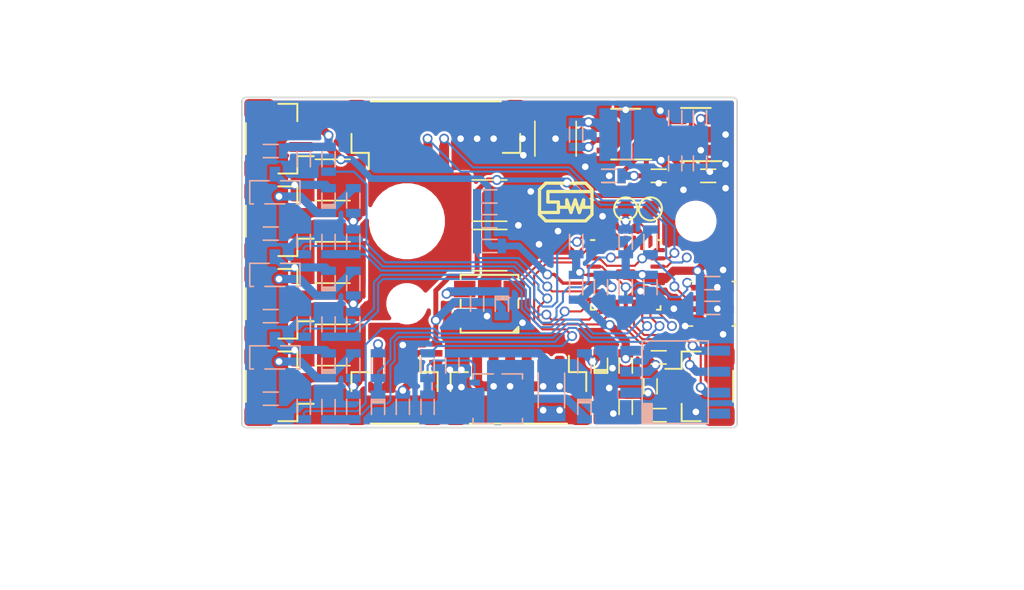
<source format=kicad_pcb>
(kicad_pcb (version 20171130) (host pcbnew "(5.1.5)-3")
  (layers (0 F.Cu signal) (31 B.Cu signal) (34 B.Paste user) (35 F.Paste user) (36 B.SilkS user) (37 F.SilkS user) (38 B.Mask user) (39 F.Mask user) (44 Edge.Cuts user))
  (net 0 "")
  (net 1 +24V)
  (net 2 GND)
  (net 3 +3V3)
  (net 4 +5V)
  (net 5 /RST)
  (net 6 /USB_D-)
  (net 7 /USB_D+)
  (net 8 /SWCLK)
  (net 9 "Net-(FB1-Pad2)")
  (net 10 "Net-(U5-Pad8)")
  (net 11 "Net-(D3-Pad2)")
  (net 12 /SWDIO)
  (net 13 /I2C_SDA)
  (net 14 /I2C_SCL)
  (net 15 /SPI_CS)
  (net 16 /SPI_MISO)
  (net 17 /SPI_SCK)
  (net 18 "Net-(C14-Pad1)")
  (net 19 "Net-(C27-Pad2)")
  (net 20 "Net-(C27-Pad1)")
  (net 21 "Net-(D1-Pad2)")
  (net 22 "Net-(D4-Pad2)")
  (net 23 "Net-(FB2-Pad2)")
  (net 24 "Net-(J11-Pad3)")
  (net 25 "Net-(C10-Pad1)")
  (net 26 "Net-(D5-Pad2)")
  (net 27 "Net-(D6-Pad2)")
  (net 28 "Net-(C8-Pad2)")
  (net 29 "Net-(C6-Pad2)")
  (net 30 "Net-(Q1-Pad1)")
  (net 31 "Net-(Q3-Pad1)")
  (net 32 /PROBE)
  (net 33 /FAN1_SW)
  (net 34 "Net-(Q2-Pad2)")
  (net 35 /HEATER_SW)
  (net 36 /FAN0_SW)
  (net 37 "Net-(U4-Pad27)")
  (net 38 "Net-(U4-Pad24)")
  (net 39 "Net-(U4-Pad23)")
  (net 40 "Net-(D7-Pad2)")
  (net 41 "Net-(C11-Pad2)")
  (net 42 "Net-(Q4-Pad1)")
  (net 43 "Net-(C22-Pad1)")
  (net 44 "Net-(C5-Pad2)")
  (net 45 "Net-(C5-Pad1)")
  (net 46 /FAN0_FB)
  (net 47 /FAN1_FB)
  (net 48 "Net-(R22-Pad1)")
  (net 49 "Net-(R23-Pad2)")
  (net 50 "Net-(U3-Pad4)")
  (net 51 /FAN2_SW)
  (net 52 /FAN2_FB)
  (net 53 /TH_INT)
  (net 54 /TH0)
  (net 55 "Net-(C19-Pad2)")
  (net 56 /WS2812)
  (module _Generic:0603_CAP (layer B.Cu) (at 96.25 82 270)
    (fp_text reference C24)
    (fp_text value 10u)
    (pad 1 smd rect (at -0.75 0 270) (size 0.5 0.9) (layers B.Cu B.Paste B.Mask) (net 4 +5V))
    (pad 2 smd rect (at 0.75 0 270) (size 0.5 0.9) (layers B.Cu B.Paste B.Mask) (net 2 GND))
  )
  (module _Generic:0603_CAP (layer B.Cu) (at 97.75 82 270)
    (fp_text reference C2)
    (fp_text value 10u)
    (pad 1 smd rect (at -0.75 0 270) (size 0.5 0.9) (layers B.Cu B.Paste B.Mask) (net 4 +5V))
    (pad 2 smd rect (at 0.75 0 270) (size 0.5 0.9) (layers B.Cu B.Paste B.Mask) (net 2 GND))
  )
  (module _Generic:0603_CAP (layer B.Cu) (at 96.25 79.25 90)
    (fp_text reference C13)
    (fp_text value 10u)
    (pad 1 smd rect (at -0.75 0 90) (size 0.5 0.9) (layers B.Cu B.Paste B.Mask) (net 4 +5V))
    (pad 2 smd rect (at 0.75 0 90) (size 0.5 0.9) (layers B.Cu B.Paste B.Mask) (net 2 GND))
  )
  (module _Generic:0603_CAP (layer B.Cu) (at 97.75 79.25 90)
    (fp_text reference C7)
    (fp_text value 10u)
    (pad 1 smd rect (at -0.75 0 90) (size 0.5 0.9) (layers B.Cu B.Paste B.Mask) (net 4 +5V))
    (pad 2 smd rect (at 0.75 0 90) (size 0.5 0.9) (layers B.Cu B.Paste B.Mask) (net 2 GND))
  )
  (module _Generic:0603_RES (layer B.Cu) (at 93.25 89.5 270)
    (fp_text reference R26)
    (fp_text value 4.7k)
    (pad 2 smd rect (at 0.75 0 270) (size 0.5 0.9) (layers B.Cu B.Paste B.Mask) (net 14 /I2C_SCL))
    (pad 1 smd rect (at -0.75 0 270) (size 0.5 0.9) (layers B.Cu B.Paste B.Mask) (net 3 +3V3))
  )
  (module Package_LGA:Bosch_LGA-8_2.5x2.5mm_P0.65mm_ClockwisePinNumbering (layer F.Cu) (at 98.5 90.5 90)
    (fp_text reference U1 hide)
    (fp_text value BME280)
    (pad 5 smd rect (at 0.975 1.025 180) (size 0.5 0.35) (layers F.Cu F.Paste F.Mask) (net 2 GND))
    (pad 6 smd rect (at 0.325 1.025 180) (size 0.5 0.35) (layers F.Cu F.Paste F.Mask) (net 3 +3V3))
    (pad 7 smd rect (at -0.325 1.025 180) (size 0.5 0.35) (layers F.Cu F.Paste F.Mask) (net 2 GND))
    (pad 8 smd rect (at -0.975 1.025 180) (size 0.5 0.35) (layers F.Cu F.Paste F.Mask) (net 3 +3V3))
    (pad 1 smd rect (at -0.975 -1.025 180) (size 0.5 0.35) (layers F.Cu F.Paste F.Mask) (net 2 GND))
    (pad 2 smd rect (at -0.325 -1.025 180) (size 0.5 0.35) (layers F.Cu F.Paste F.Mask) (net 3 +3V3))
    (pad 3 smd rect (at 0.325 -1.025 180) (size 0.5 0.35) (layers F.Cu F.Paste F.Mask) (net 13 /I2C_SDA))
    (pad 4 smd rect (at 0.975 -1.025 180) (size 0.5 0.35) (layers F.Cu F.Paste F.Mask) (net 14 /I2C_SCL))
  )
  (module _Generic:0603_RES (layer B.Cu) (at 85 85.5)
    (fp_text reference R25)
    (fp_text value 4.7k)
    (pad 2 smd rect (at 0.75 0) (size 0.5 0.9) (layers B.Cu B.Paste B.Mask) (net 2 GND))
    (pad 1 smd rect (at -0.75 0) (size 0.5 0.9) (layers B.Cu B.Paste B.Mask) (net 53 /TH_INT))
  )
  (module _Generic:1210_CAP (layer F.Cu) (at 85 87.25)
    (fp_text reference C17)
    (fp_text value 22u)
    (pad 2 smd rect (at 1.55 0) (size 0.9 2.6) (layers F.Cu F.Paste F.Mask) (net 2 GND))
    (pad 1 smd rect (at -1.55 0) (size 0.9 2.6) (layers F.Cu F.Paste F.Mask) (net 1 +24V))
  )
  (module Connector_JST:JST_SH_BM08B-SRSS-TB_1x08-1MP_P1.00mm_Vertical (layer F.Cu) (at 81.75 80.25)
    (fp_text reference J2 hide)
    (fp_text value Conn_01x08)
    (pad MP smd roundrect (at 4.8 -1.2) (size 1.2 1.8) (layers F.Cu F.Paste F.Mask) (roundrect_rratio 0.208333) (net 1 +24V))
    (pad MP smd roundrect (at -4.8 -1.2) (size 1.2 1.8) (layers F.Cu F.Paste F.Mask) (roundrect_rratio 0.208333) (net 1 +24V))
    (pad 8 smd roundrect (at 3.5 1.325) (size 0.6 1.55) (layers F.Cu F.Paste F.Mask) (net 2 GND))
    (pad 7 smd roundrect (at 2.5 1.325) (size 0.6 1.55) (layers F.Cu F.Paste F.Mask) (net 2 GND))
    (pad 6 smd roundrect (at 1.5 1.325) (size 0.6 1.55) (layers F.Cu F.Paste F.Mask) (net 2 GND))
    (pad 5 smd roundrect (at 0.5 1.325) (size 0.6 1.55) (layers F.Cu F.Paste F.Mask) (net 7 /USB_D+))
    (pad 4 smd roundrect (at -0.5 1.325) (size 0.6 1.55) (layers F.Cu F.Paste F.Mask) (net 6 /USB_D-))
    (pad 3 smd roundrect (at -1.5 1.325) (size 0.6 1.55) (layers F.Cu F.Paste F.Mask) (net 1 +24V))
    (pad 2 smd roundrect (at -2.5 1.325) (size 0.6 1.55) (layers F.Cu F.Paste F.Mask) (net 1 +24V))
    (pad 1 smd roundrect (at -3.5 1.325) (size 0.6 1.55) (layers F.Cu F.Paste F.Mask) (net 1 +24V))
  )
  (module TestPoint:TestPoint_Pad_D1.0mm (layer F.Cu) (at 93.25 84.75)
    (fp_text reference TP2 hide)
    (fp_text value TestPoint)
    (pad 1 smd circle (at 0 0) (size 1 1) (layers F.Cu F.Mask) (net 8 /SWCLK))
  )
  (module TestPoint:TestPoint_Pad_D1.0mm (layer F.Cu) (at 94.75 84.75)
    (fp_text reference TP1 hide)
    (fp_text value TestPoint)
    (pad 1 smd circle (at 0 0) (size 1 1) (layers F.Cu F.Mask) (net 12 /SWDIO))
  )
  (module _Generic:0603_CAP (layer B.Cu) (at 98.5 89.25)
    (fp_text reference C21)
    (fp_text value 100n)
    (pad 2 smd rect (at 0.75 0) (size 0.5 0.9) (layers B.Cu B.Paste B.Mask) (net 2 GND))
    (pad 1 smd rect (at -0.75 0) (size 0.5 0.9) (layers B.Cu B.Paste B.Mask) (net 3 +3V3))
  )
  (module _Generic:1206_RES (layer B.Cu) (at 88.75 95.75 90)
    (fp_text reference F1)
    (fp_text value Fuse)
    (pad 2 smd rect (at 1.5 0 90) (size 0.75 1.7) (layers B.Cu B.Paste B.Mask) (net 25 "Net-(C10-Pad1)"))
    (pad 1 smd rect (at -1.5 0 90) (size 0.75 1.7) (layers B.Cu B.Paste B.Mask) (net 1 +24V))
  )
  (module _Generic:0603_DIODE (layer B.Cu) (at 78.25 96.75 270)
    (fp_text reference D2)
    (fp_text value 3.6v)
    (pad 2 smd rect (at 0.75 0 270) (size 0.5 0.9) (layers B.Cu B.Paste B.Mask) (net 2 GND))
    (pad 1 smd rect (at -0.75 0 270) (size 0.5 0.9) (layers B.Cu B.Paste B.Mask) (net 32 /PROBE))
  )
  (module _Generic:0603_CAP (layer B.Cu) (at 82.75 94.25 270)
    (fp_text reference C10)
    (fp_text value 10u)
    (pad 2 smd rect (at 0.75 0 270) (size 0.5 0.9) (layers B.Cu B.Paste B.Mask) (net 2 GND))
    (pad 1 smd rect (at -0.75 0 270) (size 0.5 0.9) (layers B.Cu B.Paste B.Mask) (net 25 "Net-(C10-Pad1)"))
  )
  (module Connector_JST:JST_SH_BM02B-SRSS-TB_1x02-1MP_P1.00mm_Vertical (layer F.Cu) (at 72.25 90.5 90)
    (fp_text reference J3 hide)
    (fp_text value Conn_01x02)
    (pad MP smd roundrect (at 1.8 -1.2 90) (size 1.2 1.8) (layers F.Cu F.Paste F.Mask) (roundrect_rratio 0.208333) (net 1 +24V))
    (pad MP smd roundrect (at -1.8 -1.2 90) (size 1.2 1.8) (layers F.Cu F.Paste F.Mask) (roundrect_rratio 0.208333) (net 1 +24V))
    (pad 2 smd roundrect (at 0.5 1.325 90) (size 0.6 1.55) (layers F.Cu F.Paste F.Mask) (net 28 "Net-(C8-Pad2)"))
    (pad 1 smd roundrect (at -0.5 1.325 90) (size 0.6 1.55) (layers F.Cu F.Paste F.Mask) (net 1 +24V))
  )
  (module Connector_JST:JST_SH_BM02B-SRSS-TB_1x02-1MP_P1.00mm_Vertical (layer F.Cu) (at 72.25 95.5 90)
    (fp_text reference J1 hide)
    (fp_text value Conn_01x02)
    (pad MP smd roundrect (at 1.8 -1.2 90) (size 1.2 1.8) (layers F.Cu F.Paste F.Mask) (roundrect_rratio 0.208333) (net 1 +24V))
    (pad MP smd roundrect (at -1.8 -1.2 90) (size 1.2 1.8) (layers F.Cu F.Paste F.Mask) (roundrect_rratio 0.208333) (net 1 +24V))
    (pad 2 smd roundrect (at 0.5 1.325 90) (size 0.6 1.55) (layers F.Cu F.Paste F.Mask) (net 29 "Net-(C6-Pad2)"))
    (pad 1 smd roundrect (at -0.5 1.325 90) (size 0.6 1.55) (layers F.Cu F.Paste F.Mask) (net 1 +24V))
  )
  (module _Generic:0603_RES (layer B.Cu) (at 94.75 86.75 270)
    (fp_text reference R27)
    (fp_text value 4.7k)
    (pad 2 smd rect (at 0.75 0 270) (size 0.5 0.9) (layers B.Cu B.Paste B.Mask) (net 13 /I2C_SDA))
    (pad 1 smd rect (at -0.75 0 270) (size 0.5 0.9) (layers B.Cu B.Paste B.Mask) (net 3 +3V3))
  )
  (module _Generic:0603_RES (layer B.Cu) (at 85 87 180)
    (fp_text reference TH1)
    (fp_text value NTCG164KF104FTDS)
    (pad 2 smd rect (at 0.75 0 180) (size 0.5 0.9) (layers B.Cu B.Paste B.Mask) (net 53 /TH_INT))
    (pad 1 smd rect (at -0.75 0 180) (size 0.5 0.9) (layers B.Cu B.Paste B.Mask) (net 3 +3V3))
  )
  (module _Generic:0603_DIODE (layer B.Cu) (at 85.75 90.5 270)
    (fp_text reference D8)
    (fp_text value 3.6v)
    (pad 2 smd rect (at 0.75 0 270) (size 0.5 0.9) (layers B.Cu B.Paste B.Mask) (net 4 +5V))
    (pad 1 smd rect (at -0.75 0 270) (size 0.5 0.9) (layers B.Cu B.Paste B.Mask) (net 55 "Net-(C19-Pad2)"))
  )
  (module _Generic:WS2812B-MINI (layer F.Cu) (at 85 90.5)
    (fp_text reference D1 hide)
    (fp_text value WS2812B)
    (pad 1 smd rect (at -1.5 -0.89) (size 1.3 1) (layers F.Cu F.Paste F.Mask) (net 55 "Net-(C19-Pad2)"))
    (pad 4 smd rect (at 1.5 -0.89) (size 1.3 1) (layers F.Cu F.Paste F.Mask) (net 56 /WS2812))
    (pad 2 smd rect (at -1.5 0.89) (size 1.3 1) (layers F.Cu F.Paste F.Mask) (net 21 "Net-(D1-Pad2)"))
    (pad 3 smd rect (at 1.5 0.89) (size 1.3 1) (layers F.Cu F.Paste F.Mask) (net 2 GND))
  )
  (module _Generic:0603_CAP (layer B.Cu) (at 98.5 90.75)
    (fp_text reference C20)
    (fp_text value 10u)
    (pad 2 smd rect (at 0.75 0) (size 0.5 0.9) (layers B.Cu B.Paste B.Mask) (net 2 GND))
    (pad 1 smd rect (at -0.75 0) (size 0.5 0.9) (layers B.Cu B.Paste B.Mask) (net 3 +3V3))
  )
  (module _Generic:0603_CAP (layer B.Cu) (at 84.25 90.5 90)
    (fp_text reference C19)
    (fp_text value 100n)
    (pad 2 smd rect (at 0.75 0 90) (size 0.5 0.9) (layers B.Cu B.Paste B.Mask) (net 55 "Net-(C19-Pad2)"))
    (pad 1 smd rect (at -0.75 0 90) (size 0.5 0.9) (layers B.Cu B.Paste B.Mask) (net 2 GND))
  )
  (module _Generic:1210_CAP (layer F.Cu) (at 89 80.5 270)
    (fp_text reference C3)
    (fp_text value 22u)
    (pad 2 smd rect (at 1.55 0 270) (size 0.9 2.6) (layers F.Cu F.Paste F.Mask) (net 2 GND))
    (pad 1 smd rect (at -1.55 0 270) (size 0.9 2.6) (layers F.Cu F.Paste F.Mask) (net 1 +24V))
  )
  (module _Generic:3x3mm_IND (layer B.Cu) (at 93.25 80.25)
    (fp_text reference L7)
    (fp_text value LVF303015-330M-N)
    (pad 2 smd rect (at 1.05 0) (size 1.1 3.2) (layers B.Cu B.Paste B.Mask) (net 4 +5V))
    (pad 1 smd rect (at -1.05 0) (size 1.1 3.2) (layers B.Cu B.Paste B.Mask) (net 44 "Net-(C5-Pad2)"))
  )
  (module MountingHole:MountingHole_4.3mm_M4_ISO14580 (layer F.Cu) (at 80 85.5)
    (fp_text reference H3 hide)
    (fp_text value MountingHole)
    (pad 1 np_thru_hole circle (at 0 0) (size 4.3 4.3) (drill 4.3) (layers *.Cu *.Mask))
  )
  (module MountingHole:MountingHole_2.2mm_M2_ISO7380 (layer F.Cu) (at 80 90.5)
    (fp_text reference H2 hide)
    (fp_text value MountingHole)
    (pad 1 np_thru_hole circle (at 0 0) (size 2.2 2.2) (drill 2.2) (layers *.Cu *.Mask))
  )
  (module MountingHole:MountingHole_2.2mm_M2_ISO7380 (layer F.Cu) (at 97.5 85.5)
    (fp_text reference H1 hide)
    (fp_text value MountingHole)
    (pad 1 np_thru_hole circle (at 0 0) (size 2.2 2.2) (drill 2.2) (layers *.Cu *.Mask))
  )
  (module _Generic:0603_CAP (layer B.Cu) (at 85 84)
    (fp_text reference C18)
    (fp_text value 100n)
    (pad 2 smd rect (at 0.75 0) (size 0.5 0.9) (layers B.Cu B.Paste B.Mask) (net 2 GND))
    (pad 1 smd rect (at -0.75 0) (size 0.5 0.9) (layers B.Cu B.Paste B.Mask) (net 53 /TH_INT))
  )
  (module _Generic:1210_CAP (layer F.Cu) (at 85 84.25)
    (fp_text reference C16)
    (fp_text value 22u)
    (pad 1 smd rect (at -1.55 0) (size 0.9 2.6) (layers F.Cu F.Paste F.Mask) (net 1 +24V))
    (pad 2 smd rect (at 1.55 0) (size 0.9 2.6) (layers F.Cu F.Paste F.Mask) (net 2 GND))
  )
  (module "_Generic:Solder Jumper 3P" (layer F.Cu) (at 81.75 93.5 270)
    (fp_text reference JP1 hide)
    (fp_text value SolderJumper_3_Open hide)
    (pad 1 smd custom (at -0.6 0 270) (size 0.2 0.2) (layers F.Cu F.Paste F.Mask) (net 4 +5V) (options (clearance outline) (anchor circle)) (primitives (gr_poly (pts (xy 0 -0.4) (xy 0.2 -0.4) (xy 0.2 0.4) (xy 0 0.4) (xy -0.2 0.2) (xy -0.2 -0.2)) (width 0))))
    (pad 3 smd custom (at 0.6 0 90) (size 0.2 0.2) (layers F.Cu F.Paste F.Mask) (net 1 +24V) (options (clearance outline) (anchor circle)) (primitives (gr_poly (pts (xy 0 -0.4) (xy 0.2 -0.4) (xy 0.2 0.4) (xy 0 0.4) (xy -0.2 0.2) (xy -0.2 -0.2)) (width 0))))
    (pad 2 smd rect (at 0 0 90) (size 0.4 0.8) (layers F.Cu F.Paste F.Mask) (net 43 "Net-(C22-Pad1)"))
  )
  (module _Generic:0603_RES (layer B.Cu) (at 75.25 86.75 90)
    (fp_text reference R19)
    (fp_text value 10k)
    (pad 2 smd rect (at 0.75 0 90) (size 0.5 0.9) (layers B.Cu B.Paste B.Mask) (net 2 GND))
    (pad 1 smd rect (at -0.75 0 90) (size 0.5 0.9) (layers B.Cu B.Paste B.Mask) (net 52 /FAN2_FB))
  )
  (module _Generic:0603_RES (layer B.Cu) (at 76.75 86.75 270)
    (fp_text reference R18)
    (fp_text value 100k)
    (pad 2 smd rect (at 0.75 0 270) (size 0.5 0.9) (layers B.Cu B.Paste B.Mask) (net 52 /FAN2_FB))
    (pad 1 smd rect (at -0.75 0 270) (size 0.5 0.9) (layers B.Cu B.Paste B.Mask) (net 41 "Net-(C11-Pad2)"))
  )
  (module _Generic:0603_RES (layer B.Cu) (at 71.75 86.25 180)
    (fp_text reference R17)
    (fp_text value 1meg)
    (pad 2 smd rect (at 0.75 0 180) (size 0.5 0.9) (layers B.Cu B.Paste B.Mask) (net 2 GND))
    (pad 1 smd rect (at -0.75 0 180) (size 0.5 0.9) (layers B.Cu B.Paste B.Mask) (net 42 "Net-(Q4-Pad1)"))
  )
  (module _Generic:0603_RES (layer B.Cu) (at 73.75 86.75 90)
    (fp_text reference R16)
    (fp_text value 100R)
    (pad 2 smd rect (at 0.75 0 90) (size 0.5 0.9) (layers B.Cu B.Paste B.Mask) (net 42 "Net-(Q4-Pad1)"))
    (pad 1 smd rect (at -0.75 0 90) (size 0.5 0.9) (layers B.Cu B.Paste B.Mask) (net 51 /FAN2_SW))
  )
  (module _Generic:0603_RES (layer B.Cu) (at 75.25 91.75 90)
    (fp_text reference R15)
    (fp_text value 10k)
    (pad 2 smd rect (at 0.75 0 90) (size 0.5 0.9) (layers B.Cu B.Paste B.Mask) (net 2 GND))
    (pad 1 smd rect (at -0.75 0 90) (size 0.5 0.9) (layers B.Cu B.Paste B.Mask) (net 47 /FAN1_FB))
  )
  (module _Generic:0603_RES (layer B.Cu) (at 76.75 91.75 270)
    (fp_text reference R14)
    (fp_text value 100k)
    (pad 2 smd rect (at 0.75 0 270) (size 0.5 0.9) (layers B.Cu B.Paste B.Mask) (net 47 /FAN1_FB))
    (pad 1 smd rect (at -0.75 0 270) (size 0.5 0.9) (layers B.Cu B.Paste B.Mask) (net 28 "Net-(C8-Pad2)"))
  )
  (module _Generic:0603_RES (layer B.Cu) (at 71.75 91.25 180)
    (fp_text reference R13)
    (fp_text value 1meg)
    (pad 2 smd rect (at 0.75 0 180) (size 0.5 0.9) (layers B.Cu B.Paste B.Mask) (net 2 GND))
    (pad 1 smd rect (at -0.75 0 180) (size 0.5 0.9) (layers B.Cu B.Paste B.Mask) (net 31 "Net-(Q3-Pad1)"))
  )
  (module _Generic:0603_RES (layer B.Cu) (at 73.75 91.75 90)
    (fp_text reference R12)
    (fp_text value 100R)
    (pad 2 smd rect (at 0.75 0 90) (size 0.5 0.9) (layers B.Cu B.Paste B.Mask) (net 31 "Net-(Q3-Pad1)"))
    (pad 1 smd rect (at -0.75 0 90) (size 0.5 0.9) (layers B.Cu B.Paste B.Mask) (net 33 /FAN1_SW))
  )
  (module _Generic:0603_RES (layer B.Cu) (at 75.25 96.75 90)
    (fp_text reference R7)
    (fp_text value 10k)
    (pad 2 smd rect (at 0.75 0 90) (size 0.5 0.9) (layers B.Cu B.Paste B.Mask) (net 2 GND))
    (pad 1 smd rect (at -0.75 0 90) (size 0.5 0.9) (layers B.Cu B.Paste B.Mask) (net 46 /FAN0_FB))
  )
  (module _Generic:0603_RES (layer B.Cu) (at 76.75 96.75 270)
    (fp_text reference R6)
    (fp_text value 100k)
    (pad 2 smd rect (at 0.75 0 270) (size 0.5 0.9) (layers B.Cu B.Paste B.Mask) (net 46 /FAN0_FB))
    (pad 1 smd rect (at -0.75 0 270) (size 0.5 0.9) (layers B.Cu B.Paste B.Mask) (net 29 "Net-(C6-Pad2)"))
  )
  (module _Generic:0603_RES (layer B.Cu) (at 71.75 96.25 180)
    (fp_text reference R4)
    (fp_text value 1meg)
    (pad 2 smd rect (at 0.75 0 180) (size 0.5 0.9) (layers B.Cu B.Paste B.Mask) (net 2 GND))
    (pad 1 smd rect (at -0.75 0 180) (size 0.5 0.9) (layers B.Cu B.Paste B.Mask) (net 30 "Net-(Q1-Pad1)"))
  )
  (module _Generic:0603_RES (layer B.Cu) (at 73.75 96.75 90)
    (fp_text reference R3)
    (fp_text value 100R)
    (pad 2 smd rect (at 0.75 0 90) (size 0.5 0.9) (layers B.Cu B.Paste B.Mask) (net 30 "Net-(Q1-Pad1)"))
    (pad 1 smd rect (at -0.75 0 90) (size 0.5 0.9) (layers B.Cu B.Paste B.Mask) (net 36 /FAN0_SW))
  )
  (module _Generic:SOT-23 (layer B.Cu) (at 72 83.75 90)
    (fp_text reference Q4)
    (fp_text value DMN3730U)
    (pad 3 smd rect (at 1.1 0 90) (size 0.9 0.65) (layers B.Cu B.Paste B.Mask) (net 40 "Net-(D7-Pad2)"))
    (pad 2 smd rect (at -1.1 -0.95 90) (size 0.9 0.65) (layers B.Cu B.Paste B.Mask) (net 2 GND))
    (pad 1 smd rect (at -1.1 0.95 90) (size 0.9 0.65) (layers B.Cu B.Paste B.Mask) (net 42 "Net-(Q4-Pad1)"))
  )
  (module _Generic:SOT-23 (layer B.Cu) (at 72 88.75 90)
    (fp_text reference Q3)
    (fp_text value DMN3730U)
    (pad 3 smd rect (at 1.1 0 90) (size 0.9 0.65) (layers B.Cu B.Paste B.Mask) (net 27 "Net-(D6-Pad2)"))
    (pad 2 smd rect (at -1.1 -0.95 90) (size 0.9 0.65) (layers B.Cu B.Paste B.Mask) (net 2 GND))
    (pad 1 smd rect (at -1.1 0.95 90) (size 0.9 0.65) (layers B.Cu B.Paste B.Mask) (net 31 "Net-(Q3-Pad1)"))
  )
  (module _Generic:SOT-23 (layer B.Cu) (at 72 93.75 90)
    (fp_text reference Q1)
    (fp_text value DMN3730U)
    (pad 3 smd rect (at 1.1 0 90) (size 0.9 0.65) (layers B.Cu B.Paste B.Mask) (net 26 "Net-(D5-Pad2)"))
    (pad 2 smd rect (at -1.1 -0.95 90) (size 0.9 0.65) (layers B.Cu B.Paste B.Mask) (net 2 GND))
    (pad 1 smd rect (at -1.1 0.95 90) (size 0.9 0.65) (layers B.Cu B.Paste B.Mask) (net 30 "Net-(Q1-Pad1)"))
  )
  (module _Generic:1210_CAP (layer F.Cu) (at 75.5 83)
    (fp_text reference L3)
    (fp_text value CBC3225T221KR)
    (pad 2 smd rect (at 1.55 0) (size 0.9 2.6) (layers F.Cu F.Paste F.Mask) (net 41 "Net-(C11-Pad2)"))
    (pad 1 smd rect (at -1.55 0) (size 0.9 2.6) (layers F.Cu F.Paste F.Mask) (net 40 "Net-(D7-Pad2)"))
  )
  (module _Generic:1210_CAP (layer F.Cu) (at 75.5 88)
    (fp_text reference L2)
    (fp_text value CBC3225T221KR)
    (pad 2 smd rect (at 1.55 0) (size 0.9 2.6) (layers F.Cu F.Paste F.Mask) (net 28 "Net-(C8-Pad2)"))
    (pad 1 smd rect (at -1.55 0) (size 0.9 2.6) (layers F.Cu F.Paste F.Mask) (net 27 "Net-(D6-Pad2)"))
  )
  (module _Generic:1210_CAP (layer F.Cu) (at 75.5 93)
    (fp_text reference L1)
    (fp_text value CBC3225T221KR)
    (pad 2 smd rect (at 1.55 0) (size 0.9 2.6) (layers F.Cu F.Paste F.Mask) (net 29 "Net-(C6-Pad2)"))
    (pad 1 smd rect (at -1.55 0) (size 0.9 2.6) (layers F.Cu F.Paste F.Mask) (net 26 "Net-(D5-Pad2)"))
  )
  (module Connector_JST:JST_SH_BM02B-SRSS-TB_1x02-1MP_P1.00mm_Vertical (layer F.Cu) (at 72.25 85.5 90)
    (fp_text reference J4 hide)
    (fp_text value Conn_01x02)
    (pad MP smd roundrect (at 1.8 -1.2 90) (size 1.2 1.8) (layers F.Cu F.Paste F.Mask) (roundrect_rratio 0.208333) (net 1 +24V))
    (pad MP smd roundrect (at -1.8 -1.2 90) (size 1.2 1.8) (layers F.Cu F.Paste F.Mask) (roundrect_rratio 0.208333) (net 1 +24V))
    (pad 2 smd roundrect (at 0.5 1.325 90) (size 0.6 1.55) (layers F.Cu F.Paste F.Mask) (net 41 "Net-(C11-Pad2)"))
    (pad 1 smd roundrect (at -0.5 1.325 90) (size 0.6 1.55) (layers F.Cu F.Paste F.Mask) (net 1 +24V))
  )
  (module _Generic:SOD-523_DIODE (layer B.Cu) (at 75.25 84.25 90)
    (fp_text reference D7)
    (fp_text value MSK4010)
    (pad 2 smd rect (at 0.75 0 90) (size 0.5 0.9) (layers B.Cu B.Paste B.Mask) (net 40 "Net-(D7-Pad2)"))
    (pad 1 smd rect (at -0.75 0 90) (size 0.5 0.9) (layers B.Cu B.Paste B.Mask) (net 1 +24V))
  )
  (module _Generic:SOD-523_DIODE (layer B.Cu) (at 75.25 89.25 90)
    (fp_text reference D6)
    (fp_text value MSK4010)
    (pad 2 smd rect (at 0.75 0 90) (size 0.5 0.9) (layers B.Cu B.Paste B.Mask) (net 27 "Net-(D6-Pad2)"))
    (pad 1 smd rect (at -0.75 0 90) (size 0.5 0.9) (layers B.Cu B.Paste B.Mask) (net 1 +24V))
  )
  (module _Generic:SOD-523_DIODE (layer B.Cu) (at 75.25 94.25 90)
    (fp_text reference D5)
    (fp_text value MSK4010)
    (pad 2 smd rect (at 0.75 0 90) (size 0.5 0.9) (layers B.Cu B.Paste B.Mask) (net 26 "Net-(D5-Pad2)"))
    (pad 1 smd rect (at -0.75 0 90) (size 0.5 0.9) (layers B.Cu B.Paste B.Mask) (net 1 +24V))
  )
  (module _Generic:0603_CAP (layer B.Cu) (at 76.75 84.25 270)
    (fp_text reference C11)
    (fp_text value 10u)
    (pad 2 smd rect (at 0.75 0 270) (size 0.5 0.9) (layers B.Cu B.Paste B.Mask) (net 41 "Net-(C11-Pad2)"))
    (pad 1 smd rect (at -0.75 0 270) (size 0.5 0.9) (layers B.Cu B.Paste B.Mask) (net 1 +24V))
  )
  (module _Generic:0603_CAP (layer B.Cu) (at 76.75 89.25 270)
    (fp_text reference C8)
    (fp_text value 10u)
    (pad 2 smd rect (at 0.75 0 270) (size 0.5 0.9) (layers B.Cu B.Paste B.Mask) (net 28 "Net-(C8-Pad2)"))
    (pad 1 smd rect (at -0.75 0 270) (size 0.5 0.9) (layers B.Cu B.Paste B.Mask) (net 1 +24V))
  )
  (module _Generic:0603_CAP (layer B.Cu) (at 76.75 94.25 270)
    (fp_text reference C6)
    (fp_text value 10u)
    (pad 2 smd rect (at 0.75 0 270) (size 0.5 0.9) (layers B.Cu B.Paste B.Mask) (net 29 "Net-(C6-Pad2)"))
    (pad 1 smd rect (at -0.75 0 270) (size 0.5 0.9) (layers B.Cu B.Paste B.Mask) (net 1 +24V))
  )
  (module Package_TO_SOT_SMD:SOT-23-5 (layer F.Cu) (at 97.5 80.25 180)
    (fp_text reference U3 hide)
    (fp_text value SE5218ALG-LF)
    (pad 5 smd rect (at 1.1 -0.95 180) (size 1.06 0.65) (layers F.Cu F.Paste F.Mask) (net 3 +3V3))
    (pad 4 smd rect (at 1.1 0.95 180) (size 1.06 0.65) (layers F.Cu F.Paste F.Mask) (net 50 "Net-(U3-Pad4)"))
    (pad 3 smd rect (at -1.1 0.95 180) (size 1.06 0.65) (layers F.Cu F.Paste F.Mask) (net 4 +5V))
    (pad 2 smd rect (at -1.1 0 180) (size 1.06 0.65) (layers F.Cu F.Paste F.Mask) (net 2 GND))
    (pad 1 smd rect (at -1.1 -0.95 180) (size 1.06 0.65) (layers F.Cu F.Paste F.Mask) (net 4 +5V))
  )
  (module _Generic:TSOT-23-8 (layer F.Cu) (at 93.25 80.25 180)
    (fp_text reference U2 hide)
    (fp_text value SY8303)
    (pad 1 smd rect (at -1.31 -0.97 180) (size 0.9 0.35) (layers F.Cu F.Paste F.Mask) (net 49 "Net-(R23-Pad2)"))
    (pad 2 smd rect (at -1.31 -0.33 180) (size 0.9 0.35) (layers F.Cu F.Paste F.Mask) (net 48 "Net-(R22-Pad1)"))
    (pad 3 smd rect (at -1.31 0.33 180) (size 0.9 0.35) (layers F.Cu F.Paste F.Mask) (net 2 GND))
    (pad 4 smd rect (at -1.31 0.97 180) (size 0.9 0.35) (layers F.Cu F.Paste F.Mask) (net 2 GND))
    (pad 5 smd rect (at 1.31 0.97 180) (size 0.9 0.35) (layers F.Cu F.Paste F.Mask) (net 1 +24V))
    (pad 6 smd rect (at 1.31 0.33 180) (size 0.9 0.35) (layers F.Cu F.Paste F.Mask) (net 44 "Net-(C5-Pad2)"))
    (pad 7 smd rect (at 1.31 -0.33 180) (size 0.9 0.35) (layers F.Cu F.Paste F.Mask) (net 45 "Net-(C5-Pad1)"))
    (pad 8 smd rect (at 1.31 -0.97 180) (size 0.9 0.35) (layers F.Cu F.Paste F.Mask) (net 1 +24V))
  )
  (module _Generic:0603_RES (layer B.Cu) (at 92.25 82.75 180)
    (fp_text reference R24)
    (fp_text value 13.3k)
    (pad 2 smd rect (at 0.75 0 180) (size 0.5 0.9) (layers B.Cu B.Paste B.Mask) (net 2 GND))
    (pad 1 smd rect (at -0.75 0 180) (size 0.5 0.9) (layers B.Cu B.Paste B.Mask) (net 49 "Net-(R23-Pad2)"))
  )
  (module _Generic:0603_RES (layer F.Cu) (at 95.25 82.75 180)
    (fp_text reference R23)
    (fp_text value 100k)
    (pad 2 smd rect (at 0.75 0 180) (size 0.5 0.9) (layers F.Cu F.Paste F.Mask) (net 49 "Net-(R23-Pad2)"))
    (pad 1 smd rect (at -0.75 0 180) (size 0.5 0.9) (layers F.Cu F.Paste F.Mask) (net 4 +5V))
  )
  (module _Generic:0603_RES (layer F.Cu) (at 92.25 82.75 180)
    (fp_text reference R22)
    (fp_text value 100k)
    (pad 2 smd rect (at 0.75 0 180) (size 0.5 0.9) (layers F.Cu F.Paste F.Mask) (net 2 GND))
    (pad 1 smd rect (at -0.75 0 180) (size 0.5 0.9) (layers F.Cu F.Paste F.Mask) (net 48 "Net-(R22-Pad1)"))
  )
  (module _Generic:DFN3x3A_8L_EP1_P (layer B.Cu) (at 85.5 96.25)
    (fp_text reference Q2 hide)
    (fp_text value AON7524 hide)
    (pad 1 smd rect (at -1.4 0.975) (size 0.65 0.35) (layers B.Cu B.Paste B.Mask) (net 2 GND))
    (pad 1 smd rect (at -1.4 0.325) (size 0.65 0.35) (layers B.Cu B.Paste B.Mask) (net 2 GND))
    (pad 1 smd rect (at -1.4 -0.325) (size 0.65 0.35) (layers B.Cu B.Paste B.Mask) (net 2 GND))
    (pad 2 smd rect (at -1.4 -0.975) (size 0.65 0.35) (layers B.Cu B.Paste B.Mask) (net 34 "Net-(Q2-Pad2)"))
    (pad 3 smd rect (at 1.4 -0.975) (size 0.65 0.35) (layers B.Cu B.Paste B.Mask) (net 22 "Net-(D4-Pad2)"))
    (pad 3 smd rect (at 1.4 -0.325) (size 0.65 0.35) (layers B.Cu B.Paste B.Mask) (net 22 "Net-(D4-Pad2)"))
    (pad 3 smd rect (at 1.4 0.325) (size 0.65 0.35) (layers B.Cu B.Paste B.Mask) (net 22 "Net-(D4-Pad2)"))
    (pad 3 smd rect (at 1.4 0.975) (size 0.65 0.35) (layers B.Cu B.Paste B.Mask) (net 22 "Net-(D4-Pad2)"))
    (pad 3 smd rect (at 0.345 0) (size 1.98 2.45) (layers B.Cu B.Paste B.Mask) (net 22 "Net-(D4-Pad2)"))
    (pad 3 smd rect (at 0 0) (size 0.43 3.21) (layers B.Cu B.Paste B.Mask) (net 22 "Net-(D4-Pad2)"))
  )
  (module _Generic:0603_CAP (layer F.Cu) (at 98.25 82.75)
    (fp_text reference C15)
    (fp_text value 10u)
    (pad 2 smd rect (at 0.75 0) (size 0.5 0.9) (layers F.Cu F.Paste F.Mask) (net 2 GND))
    (pad 1 smd rect (at -0.75 0) (size 0.5 0.9) (layers F.Cu F.Paste F.Mask) (net 3 +3V3))
  )
  (module _Generic:0603_CAP (layer B.Cu) (at 90.25 80.25 90)
    (fp_text reference C5)
    (fp_text value 10n)
    (pad 2 smd rect (at 0.75 0 90) (size 0.5 0.9) (layers B.Cu B.Paste B.Mask) (net 44 "Net-(C5-Pad2)"))
    (pad 1 smd rect (at -0.75 0 90) (size 0.5 0.9) (layers B.Cu B.Paste B.Mask) (net 45 "Net-(C5-Pad1)"))
  )
  (module _Generic:0603_RES (layer B.Cu) (at 71.75 81.25 180)
    (fp_text reference R21)
    (fp_text value 4.7k)
    (pad 2 smd rect (at 0.75 0 180) (size 0.5 0.9) (layers B.Cu B.Paste B.Mask) (net 2 GND))
    (pad 1 smd rect (at -0.75 0 180) (size 0.5 0.9) (layers B.Cu B.Paste B.Mask) (net 18 "Net-(C14-Pad1)"))
  )
  (module _Generic:0603_RES (layer B.Cu) (at 75.25 81.75 270)
    (fp_text reference R20)
    (fp_text value 100R)
    (pad 2 smd rect (at 0.75 0 270) (size 0.5 0.9) (layers B.Cu B.Paste B.Mask) (net 54 /TH0))
    (pad 1 smd rect (at -0.75 0 270) (size 0.5 0.9) (layers B.Cu B.Paste B.Mask) (net 18 "Net-(C14-Pad1)"))
  )
  (module Connector_JST:JST_SH_BM02B-SRSS-TB_1x02-1MP_P1.00mm_Vertical (layer F.Cu) (at 72.25 80.5 90)
    (fp_text reference J7 hide)
    (fp_text value Conn_01x02)
    (pad MP smd roundrect (at 1.8 -1.2 90) (size 1.2 1.8) (layers F.Cu F.Paste F.Mask) (roundrect_rratio 0.208333) (net 1 +24V))
    (pad MP smd roundrect (at -1.8 -1.2 90) (size 1.2 1.8) (layers F.Cu F.Paste F.Mask) (roundrect_rratio 0.208333) (net 1 +24V))
    (pad 2 smd roundrect (at 0.5 1.325 90) (size 0.6 1.55) (layers F.Cu F.Paste F.Mask) (net 18 "Net-(C14-Pad1)"))
    (pad 1 smd roundrect (at -0.5 1.325 90) (size 0.6 1.55) (layers F.Cu F.Paste F.Mask) (net 3 +3V3))
  )
  (module _Generic:0603_CAP (layer B.Cu) (at 73.75 81.75 270)
    (fp_text reference C14)
    (fp_text value 100n)
    (pad 2 smd rect (at 0.75 0 270) (size 0.5 0.9) (layers B.Cu B.Paste B.Mask) (net 2 GND))
    (pad 1 smd rect (at -0.75 0 270) (size 0.5 0.9) (layers B.Cu B.Paste B.Mask) (net 18 "Net-(C14-Pad1)"))
  )
  (module Connector_JST:JST_SH_BM06B-SRSS-TB_1x06-1MP_P1.00mm_Vertical (layer F.Cu) (at 86.75 95.75 180)
    (fp_text reference J6 hide)
    (fp_text value Conn_01x06)
    (pad MP smd roundrect (at 3.8 -1.2 180) (size 1.2 1.8) (layers F.Cu F.Paste F.Mask) (roundrect_rratio 0.208333) (net 1 +24V))
    (pad MP smd roundrect (at -3.8 -1.2 180) (size 1.2 1.8) (layers F.Cu F.Paste F.Mask) (roundrect_rratio 0.208333) (net 1 +24V))
    (pad 6 smd roundrect (at 2.5 1.325 180) (size 0.6 1.55) (layers F.Cu F.Paste F.Mask) (net 22 "Net-(D4-Pad2)"))
    (pad 5 smd roundrect (at 1.5 1.325 180) (size 0.6 1.55) (layers F.Cu F.Paste F.Mask) (net 22 "Net-(D4-Pad2)"))
    (pad 4 smd roundrect (at 0.5 1.325 180) (size 0.6 1.55) (layers F.Cu F.Paste F.Mask) (net 22 "Net-(D4-Pad2)"))
    (pad 3 smd roundrect (at -0.5 1.325 180) (size 0.6 1.55) (layers F.Cu F.Paste F.Mask) (net 25 "Net-(C10-Pad1)"))
    (pad 2 smd roundrect (at -1.5 1.325 180) (size 0.6 1.55) (layers F.Cu F.Paste F.Mask) (net 25 "Net-(C10-Pad1)"))
    (pad 1 smd roundrect (at -2.5 1.325 180) (size 0.6 1.55) (layers F.Cu F.Paste F.Mask) (net 25 "Net-(C10-Pad1)"))
  )
  (module Connector_JST:JST_SH_BM03B-SRSS-TB_1x03-1MP_P1.00mm_Vertical (layer F.Cu) (at 79.25 95.75 180)
    (fp_text reference J11 hide)
    (fp_text value Conn_01x03)
    (pad MP smd roundrect (at 2.3 -1.2 180) (size 1.2 1.8) (layers F.Cu F.Paste F.Mask) (roundrect_rratio 0.208333) (net 1 +24V))
    (pad MP smd roundrect (at -2.3 -1.2 180) (size 1.2 1.8) (layers F.Cu F.Paste F.Mask) (roundrect_rratio 0.208333) (net 1 +24V))
    (pad 3 smd roundrect (at 1 1.325 180) (size 0.6 1.55) (layers F.Cu F.Paste F.Mask) (net 24 "Net-(J11-Pad3)"))
    (pad 2 smd roundrect (at 0 1.325 180) (size 0.6 1.55) (layers F.Cu F.Paste F.Mask) (net 2 GND))
    (pad 1 smd roundrect (at -1 1.325 180) (size 0.6 1.55) (layers F.Cu F.Paste F.Mask) (net 43 "Net-(C22-Pad1)"))
  )
  (module Connector_JST:JST_SH_BM02B-SRSS-TB_1x02-1MP_P1.00mm_Vertical (layer F.Cu) (at 97.75 95.5 270)
    (fp_text reference J5 hide)
    (fp_text value Conn_01x02)
    (pad MP smd roundrect (at 1.8 -1.2 270) (size 1.2 1.8) (layers F.Cu F.Paste F.Mask) (roundrect_rratio 0.208333) (net 2 GND))
    (pad MP smd roundrect (at -1.8 -1.2 270) (size 1.2 1.8) (layers F.Cu F.Paste F.Mask) (roundrect_rratio 0.208333) (net 2 GND))
    (pad 2 smd roundrect (at 0.5 1.325 270) (size 0.6 1.55) (layers F.Cu F.Paste F.Mask) (net 23 "Net-(FB2-Pad2)"))
    (pad 1 smd roundrect (at -0.5 1.325 270) (size 0.6 1.55) (layers F.Cu F.Paste F.Mask) (net 9 "Net-(FB1-Pad2)"))
  )
  (module Package_DFN_QFN:QFN-28_4x4mm_P0.5mm (layer F.Cu) (at 93.25 88.75)
    (fp_text reference U4 hide)
    (fp_text value STM32F042G4Ux)
    (pad 1 smd custom (at -1.9975 -1.5) (size 0.136863 0.136863) (layers F.Cu F.Paste F.Mask) (net 35 /HEATER_SW) (options (clearance outline) (anchor circle)) (primitives (gr_poly (pts (xy -0.3325 -0.08) (xy 0.19886 -0.08) (xy 0.3325 0.05364) (xy 0.3325 0.08) (xy -0.3325 0.08)) (width 0.09))))
    (pad 2 smd roundrect (at -1.9375 -1) (size 0.875 0.25) (layers F.Cu F.Paste F.Mask) (net 13 /I2C_SDA))
    (pad 3 smd roundrect (at -1.9375 -0.5) (size 0.875 0.25) (layers F.Cu F.Paste F.Mask) (net 14 /I2C_SCL))
    (pad 4 smd roundrect (at -1.9375 0) (size 0.875 0.25) (layers F.Cu F.Paste F.Mask) (net 5 /RST))
    (pad 5 smd roundrect (at -1.9375 0.5) (size 0.875 0.25) (layers F.Cu F.Paste F.Mask) (net 3 +3V3))
    (pad 6 smd roundrect (at -1.9375 1) (size 0.875 0.25) (layers F.Cu F.Paste F.Mask) (net 53 /TH_INT))
    (pad 7 smd custom (at -1.9975 1.5) (size 0.136863 0.136863) (layers F.Cu F.Paste F.Mask) (net 47 /FAN1_FB) (options (clearance outline) (anchor circle)) (primitives (gr_poly (pts (xy -0.3325 -0.08) (xy 0.3325 -0.08) (xy 0.3325 -0.05364) (xy 0.19886 0.08) (xy -0.3325 0.08)) (width 0.09))))
    (pad 8 smd custom (at -1.5 1.9975) (size 0.136863 0.136863) (layers F.Cu F.Paste F.Mask) (net 52 /FAN2_FB) (options (clearance outline) (anchor circle)) (primitives (gr_poly (pts (xy -0.08 -0.19886) (xy 0.05364 -0.3325) (xy 0.08 -0.3325) (xy 0.08 0.3325) (xy -0.08 0.3325)) (width 0.09))))
    (pad 9 smd roundrect (at -1 1.9375) (size 0.25 0.875) (layers F.Cu F.Paste F.Mask) (net 54 /TH0))
    (pad 10 smd roundrect (at -0.5 1.9375) (size 0.25 0.875) (layers F.Cu F.Paste F.Mask) (net 15 /SPI_CS))
    (pad 11 smd roundrect (at 0 1.9375) (size 0.25 0.875) (layers F.Cu F.Paste F.Mask) (net 17 /SPI_SCK))
    (pad 12 smd roundrect (at 0.5 1.9375) (size 0.25 0.875) (layers F.Cu F.Paste F.Mask) (net 16 /SPI_MISO))
    (pad 13 smd roundrect (at 1 1.9375) (size 0.25 0.875) (layers F.Cu F.Paste F.Mask) (net 32 /PROBE))
    (pad 14 smd custom (at 1.5 1.9975) (size 0.136863 0.136863) (layers F.Cu F.Paste F.Mask) (net 46 /FAN0_FB) (options (clearance outline) (anchor circle)) (primitives (gr_poly (pts (xy -0.08 -0.3325) (xy -0.05364 -0.3325) (xy 0.08 -0.19886) (xy 0.08 0.3325) (xy -0.08 0.3325)) (width 0.09))))
    (pad 15 smd custom (at 1.9975 1.5) (size 0.136863 0.136863) (layers F.Cu F.Paste F.Mask) (net 36 /FAN0_SW) (options (clearance outline) (anchor circle)) (primitives (gr_poly (pts (xy -0.3325 -0.08) (xy 0.3325 -0.08) (xy 0.3325 0.08) (xy -0.19886 0.08) (xy -0.3325 -0.05364)) (width 0.09))))
    (pad 16 smd roundrect (at 1.9375 1) (size 0.875 0.25) (layers F.Cu F.Paste F.Mask) (net 2 GND))
    (pad 17 smd roundrect (at 1.9375 0.5) (size 0.875 0.25) (layers F.Cu F.Paste F.Mask) (net 3 +3V3))
    (pad 18 smd roundrect (at 1.9375 0) (size 0.875 0.25) (layers F.Cu F.Paste F.Mask) (net 3 +3V3))
    (pad 19 smd roundrect (at 1.9375 -0.5) (size 0.875 0.25) (layers F.Cu F.Paste F.Mask) (net 6 /USB_D-))
    (pad 20 smd roundrect (at 1.9375 -1) (size 0.875 0.25) (layers F.Cu F.Paste F.Mask) (net 7 /USB_D+))
    (pad 21 smd custom (at 1.9975 -1.5) (size 0.136863 0.136863) (layers F.Cu F.Paste F.Mask) (net 12 /SWDIO) (options (clearance outline) (anchor circle)) (primitives (gr_poly (pts (xy -0.3325 0.05364) (xy -0.19886 -0.08) (xy 0.3325 -0.08) (xy 0.3325 0.08) (xy -0.3325 0.08)) (width 0.09))))
    (pad 22 smd custom (at 1.5 -1.9975) (size 0.136863 0.136863) (layers F.Cu F.Paste F.Mask) (net 8 /SWCLK) (options (clearance outline) (anchor circle)) (primitives (gr_poly (pts (xy -0.08 -0.3325) (xy 0.08 -0.3325) (xy 0.08 0.19886) (xy -0.05364 0.3325) (xy -0.08 0.3325)) (width 0.09))))
    (pad 23 smd roundrect (at 1 -1.9375) (size 0.25 0.875) (layers F.Cu F.Paste F.Mask) (net 39 "Net-(U4-Pad23)"))
    (pad 24 smd roundrect (at 0.5 -1.9375) (size 0.25 0.875) (layers F.Cu F.Paste F.Mask) (net 38 "Net-(U4-Pad24)"))
    (pad 25 smd roundrect (at 0 -1.9375) (size 0.25 0.875) (layers F.Cu F.Paste F.Mask) (net 33 /FAN1_SW))
    (pad 26 smd roundrect (at -0.5 -1.9375) (size 0.25 0.875) (layers F.Cu F.Paste F.Mask) (net 51 /FAN2_SW))
    (pad 27 smd roundrect (at -1 -1.9375) (size 0.25 0.875) (layers F.Cu F.Paste F.Mask) (net 37 "Net-(U4-Pad27)"))
    (pad 28 smd custom (at -1.5 -1.9975) (size 0.136863 0.136863) (layers F.Cu F.Paste F.Mask) (net 56 /WS2812) (options (clearance outline) (anchor circle)) (primitives (gr_poly (pts (xy -0.08 -0.3325) (xy 0.08 -0.3325) (xy 0.08 0.3325) (xy 0.05364 0.3325) (xy -0.08 0.19886)) (width 0.09))))
  )
  (module _Generic:0603_RES (layer B.Cu) (at 81.25 96.75 270)
    (fp_text reference R11)
    (fp_text value 1meg)
    (pad 2 smd rect (at 0.75 0 270) (size 0.5 0.9) (layers B.Cu B.Paste B.Mask) (net 2 GND))
    (pad 1 smd rect (at -0.75 0 270) (size 0.5 0.9) (layers B.Cu B.Paste B.Mask) (net 34 "Net-(Q2-Pad2)"))
  )
  (module _Generic:0603_RES (layer B.Cu) (at 81.25 94.25 270)
    (fp_text reference R5)
    (fp_text value 100R)
    (pad 2 smd rect (at 0.75 0 270) (size 0.5 0.9) (layers B.Cu B.Paste B.Mask) (net 34 "Net-(Q2-Pad2)"))
    (pad 1 smd rect (at -0.75 0 270) (size 0.5 0.9) (layers B.Cu B.Paste B.Mask) (net 35 /HEATER_SW))
  )
  (module _Generic:0603_RES (layer B.Cu) (at 78.25 94.25 90)
    (fp_text reference R2)
    (fp_text value 4.7k)
    (pad 2 smd rect (at 0.75 0 90) (size 0.5 0.9) (layers B.Cu B.Paste B.Mask) (net 24 "Net-(J11-Pad3)"))
    (pad 1 smd rect (at -0.75 0 90) (size 0.5 0.9) (layers B.Cu B.Paste B.Mask) (net 32 /PROBE))
  )
  (module _Generic:0603_RES (layer B.Cu) (at 93.25 86.75 90)
    (fp_text reference R10)
    (fp_text value 1k)
    (pad 2 smd rect (at 0.75 0 90) (size 0.5 0.9) (layers B.Cu B.Paste B.Mask) (net 8 /SWCLK))
    (pad 1 smd rect (at -0.75 0 90) (size 0.5 0.9) (layers B.Cu B.Paste B.Mask) (net 3 +3V3))
  )
  (module _Generic:0603_RES (layer B.Cu) (at 90.75 94.25 90)
    (fp_text reference R9)
    (fp_text value 10k)
    (pad 2 smd rect (at 0.75 0 90) (size 0.5 0.9) (layers B.Cu B.Paste B.Mask) (net 11 "Net-(D3-Pad2)"))
    (pad 1 smd rect (at -0.75 0 90) (size 0.5 0.9) (layers B.Cu B.Paste B.Mask) (net 25 "Net-(C10-Pad1)"))
  )
  (module _Generic:0603_RES (layer F.Cu) (at 93.25 96.75 90)
    (fp_text reference R8)
    (fp_text value 0R)
    (pad 2 smd rect (at 0.75 0 90) (size 0.5 0.9) (layers F.Cu F.Paste F.Mask) (net 19 "Net-(C27-Pad2)"))
    (pad 1 smd rect (at -0.75 0 90) (size 0.5 0.9) (layers F.Cu F.Paste F.Mask) (net 2 GND))
  )
  (module _Generic:0603_RES (layer B.Cu) (at 90.25 89.5 90)
    (fp_text reference R1)
    (fp_text value 10k)
    (pad 2 smd rect (at 0.75 0 90) (size 0.5 0.9) (layers B.Cu B.Paste B.Mask) (net 5 /RST))
    (pad 1 smd rect (at -0.75 0 90) (size 0.5 0.9) (layers B.Cu B.Paste B.Mask) (net 3 +3V3))
  )
  (module _Generic:0603_IND (layer F.Cu) (at 95.25 97.25)
    (fp_text reference FB2)
    (fp_text value 470r/100mhz)
    (pad 2 smd rect (at 0.75 0) (size 0.5 0.9) (layers F.Cu F.Paste F.Mask) (net 23 "Net-(FB2-Pad2)"))
    (pad 1 smd rect (at -0.75 0) (size 0.5 0.9) (layers F.Cu F.Paste F.Mask) (net 19 "Net-(C27-Pad2)"))
  )
  (module _Generic:0603_IND (layer F.Cu) (at 95.25 93.75)
    (fp_text reference FB1)
    (fp_text value 470r/100mhz)
    (pad 2 smd rect (at 0.75 0) (size 0.5 0.9) (layers F.Cu F.Paste F.Mask) (net 9 "Net-(FB1-Pad2)"))
    (pad 1 smd rect (at -0.75 0) (size 0.5 0.9) (layers F.Cu F.Paste F.Mask) (net 20 "Net-(C27-Pad1)"))
  )
  (module _Generic:SOD-523_DIODE (layer B.Cu) (at 90.75 96.75 270)
    (fp_text reference D4)
    (fp_text value MSK4010)
    (pad 2 smd rect (at 0.75 0 270) (size 0.5 0.9) (layers B.Cu B.Paste B.Mask) (net 22 "Net-(D4-Pad2)"))
    (pad 1 smd rect (at -0.75 0 270) (size 0.5 0.9) (layers B.Cu B.Paste B.Mask) (net 25 "Net-(C10-Pad1)"))
  )
  (module _Generic:0603_LED (layer F.Cu) (at 91.75 94.25 90)
    (fp_text reference D3)
    (fp_text value LED)
    (pad 2 smd rect (at 0.75 0 90) (size 0.5 0.9) (layers F.Cu F.Paste F.Mask) (net 11 "Net-(D3-Pad2)"))
    (pad 1 smd rect (at -0.75 0 90) (size 0.5 0.9) (layers F.Cu F.Paste F.Mask) (net 2 GND))
  )
  (module _Generic:0603_CAP (layer F.Cu) (at 94.75 95.5 270)
    (fp_text reference C27)
    (fp_text value 10n)
    (pad 2 smd rect (at 0.75 0 270) (size 0.5 0.9) (layers F.Cu F.Paste F.Mask) (net 19 "Net-(C27-Pad2)"))
    (pad 1 smd rect (at -0.75 0 270) (size 0.5 0.9) (layers F.Cu F.Paste F.Mask) (net 20 "Net-(C27-Pad1)"))
  )
  (module _Generic:0603_CAP (layer F.Cu) (at 93.25 94.25 270)
    (fp_text reference C25)
    (fp_text value 100n)
    (pad 2 smd rect (at 0.75 0 270) (size 0.5 0.9) (layers F.Cu F.Paste F.Mask) (net 2 GND))
    (pad 1 smd rect (at -0.75 0 270) (size 0.5 0.9) (layers F.Cu F.Paste F.Mask) (net 3 +3V3))
  )
  (module _Generic:0603_CAP (layer B.Cu) (at 79.75 96.75 270)
    (fp_text reference C22)
    (fp_text value 10u)
    (pad 2 smd rect (at 0.75 0 270) (size 0.5 0.9) (layers B.Cu B.Paste B.Mask) (net 2 GND))
    (pad 1 smd rect (at -0.75 0 270) (size 0.5 0.9) (layers B.Cu B.Paste B.Mask) (net 43 "Net-(C22-Pad1)"))
  )
  (module _Generic:0603_CAP (layer B.Cu) (at 91.75 89.5 270)
    (fp_text reference C9)
    (fp_text value 100n)
    (pad 2 smd rect (at 0.75 0 270) (size 0.5 0.9) (layers B.Cu B.Paste B.Mask) (net 2 GND))
    (pad 1 smd rect (at -0.75 0 270) (size 0.5 0.9) (layers B.Cu B.Paste B.Mask) (net 3 +3V3))
  )
  (module _Generic:0603_CAP (layer B.Cu) (at 94.75 89.5 270)
    (fp_text reference C4)
    (fp_text value 100n)
    (pad 2 smd rect (at 0.75 0 270) (size 0.5 0.9) (layers B.Cu B.Paste B.Mask) (net 2 GND))
    (pad 1 smd rect (at -0.75 0 270) (size 0.5 0.9) (layers B.Cu B.Paste B.Mask) (net 3 +3V3))
  )
  (module _Generic:0603_CAP (layer B.Cu) (at 90.25 86.75 90)
    (fp_text reference C1)
    (fp_text value 100n)
    (pad 2 smd rect (at 0.75 0 90) (size 0.5 0.9) (layers B.Cu B.Paste B.Mask) (net 2 GND))
    (pad 1 smd rect (at -0.75 0 90) (size 0.5 0.9) (layers B.Cu B.Paste B.Mask) (net 5 /RST))
  )
  (module _Generic:SO-8 (layer B.Cu) (at 96.25 95.25)
    (fp_text reference U5)
    (fp_text value MAX6675)
    (pad 8 smd rect (at 2.7 1.905) (size 1.25 0.6) (layers B.Cu B.Paste B.Mask) (net 10 "Net-(U5-Pad8)"))
    (pad 7 smd rect (at 2.7 0.635) (size 1.25 0.6) (layers B.Cu B.Paste B.Mask) (net 16 /SPI_MISO))
    (pad 6 smd rect (at 2.7 -0.635) (size 1.25 0.6) (layers B.Cu B.Paste B.Mask) (net 15 /SPI_CS))
    (pad 5 smd rect (at 2.7 -1.905) (size 1.25 0.6) (layers B.Cu B.Paste B.Mask) (net 17 /SPI_SCK))
    (pad 4 smd rect (at -2.7 -1.905) (size 1.25 0.6) (layers B.Cu B.Paste B.Mask) (net 3 +3V3))
    (pad 3 smd rect (at -2.7 -0.635) (size 1.25 0.6) (layers B.Cu B.Paste B.Mask) (net 20 "Net-(C27-Pad1)"))
    (pad 2 smd rect (at -2.7 0.635) (size 1.25 0.6) (layers B.Cu B.Paste B.Mask) (net 19 "Net-(C27-Pad2)"))
    (pad 1 smd rect (at -2.7 1.905) (size 1.25 0.6) (layers B.Cu B.Paste B.Mask) (net 2 GND))
  )
  (gr_line (start 89.682111 84.654101) (end 89.682111 84.209601) (layer F.SilkS) (width 0.2))
  (gr_line (start 90.190111 84.209601) (end 90.444111 84.971601) (layer F.SilkS) (width 0.2))
  (gr_line (start 90.698111 84.209601) (end 90.698111 84.654101) (layer F.SilkS) (width 0.2))
  (gr_line (start 91.206111 83.701601) (end 88.539111 83.701601) (layer F.SilkS) (width 0.2))
  (gr_line (start 88.031111 85.098601) (end 88.412111 85.479601) (layer F.SilkS) (width 0.2))
  (gr_line (start 88.412111 83.193601) (end 88.031111 83.574601) (layer F.SilkS) (width 0.2))
  (gr_line (start 88.539111 84.336601) (end 89.174111 84.336601) (layer F.SilkS) (width 0.2))
  (gr_line (start 89.174111 84.654101) (end 89.682111 84.654101) (layer F.SilkS) (width 0.2))
  (gr_line (start 89.682111 84.209601) (end 89.936111 84.971601) (layer F.SilkS) (width 0.2))
  (gr_line (start 88.031111 83.574601) (end 88.031111 85.098601) (layer F.SilkS) (width 0.2))
  (gr_line (start 91.206111 83.574601) (end 90.825111 83.193601) (layer F.SilkS) (width 0.2))
  (gr_line (start 89.174111 84.971601) (end 88.031111 84.971601) (layer F.SilkS) (width 0.2))
  (gr_line (start 88.412111 85.479601) (end 90.825111 85.479601) (layer F.SilkS) (width 0.2))
  (gr_line (start 90.825111 85.479601) (end 91.206111 85.098601) (layer F.SilkS) (width 0.2))
  (gr_line (start 89.936111 84.971601) (end 90.190111 84.209601) (layer F.SilkS) (width 0.2))
  (gr_line (start 90.444111 84.971601) (end 90.698111 84.209601) (layer F.SilkS) (width 0.2))
  (gr_line (start 90.698111 84.654101) (end 91.206111 84.654101) (layer F.SilkS) (width 0.2))
  (gr_line (start 88.539111 83.701601) (end 88.539111 84.336601) (layer F.SilkS) (width 0.2))
  (gr_line (start 91.206111 85.098601) (end 91.206111 83.574601) (layer F.SilkS) (width 0.2))
  (gr_line (start 89.174111 84.336601) (end 89.174111 84.971601) (layer F.SilkS) (width 0.2))
  (gr_line (start 90.825111 83.193601) (end 88.412111 83.193601) (layer F.SilkS) (width 0.2))
  (gr_arc (start 70.25 97.75) (end 70 97.75) (angle -90) (layer Edge.Cuts) (width 0.1))
  (gr_arc (start 99.75 97.75) (end 99.75 98) (angle -90) (layer Edge.Cuts) (width 0.1))
  (gr_arc (start 99.75 78.25) (end 100 78.25) (angle -90) (layer Edge.Cuts) (width 0.1))
  (gr_arc (start 70.25 78.25) (end 70.25 78) (angle -90) (layer Edge.Cuts) (width 0.1))
  (gr_line (start 70 78.25) (end 70 97.75) (layer Edge.Cuts) (width 0.1))
  (gr_line (start 99.75 78) (end 70.25 78) (layer Edge.Cuts) (width 0.1))
  (gr_line (start 100 97.75) (end 100 78.25) (layer Edge.Cuts) (width 0.1))
  (gr_line (start 70.25 98) (end 99.75 98) (layer Edge.Cuts) (width 0.1))
  (segment (start 86.55 79.05) (end 76.95 79.05) (width 1) (layer F.Cu) (net 1))
  (segment (start 76.6 78.7) (end 76.95 79.05) (width 1) (layer F.Cu) (net 1))
  (segment (start 71.05 78.7) (end 76.6 78.7) (width 1) (layer F.Cu) (net 1))
  (segment (start 71.05 78.7) (end 71.05 97.3) (width 1) (layer F.Cu) (net 1))
  (segment (start 76.6 97.3) (end 76.95 96.95) (width 1) (layer F.Cu) (net 1))
  (segment (start 71.05 97.3) (end 76.6 97.3) (width 1) (layer F.Cu) (net 1))
  (segment (start 76.95 96.95) (end 88.3 96.95) (width 1) (layer F.Cu) (net 1))
  (via (at 72.25 94) (size 0.6) (drill 0.4) (layers F.Cu B.Cu) (net 1))
  (segment (start 71.35 94) (end 71.05 93.7) (width 0.5) (layer F.Cu) (net 1))
  (segment (start 72.25 94) (end 71.35 94) (width 0.5) (layer F.Cu) (net 1))
  (segment (start 73.55 94) (end 72.25 94) (width 0.5) (layer B.Cu) (net 1))
  (segment (start 75.25 95) (end 74.55 95) (width 0.5) (layer B.Cu) (net 1))
  (segment (start 74.55 95) (end 73.55 94) (width 0.5) (layer B.Cu) (net 1))
  (via (at 72.25 89) (size 0.6) (drill 0.4) (layers F.Cu B.Cu) (net 1))
  (segment (start 71.35 89) (end 71.05 88.7) (width 0.5) (layer F.Cu) (net 1))
  (segment (start 72.25 89) (end 71.35 89) (width 0.5) (layer F.Cu) (net 1))
  (segment (start 73.5 89) (end 72.25 89) (width 0.5) (layer B.Cu) (net 1))
  (segment (start 75.25 90) (end 74.5 90) (width 0.5) (layer B.Cu) (net 1))
  (segment (start 74.5 90) (end 73.5 89) (width 0.5) (layer B.Cu) (net 1))
  (via (at 72.25 84) (size 0.6) (drill 0.4) (layers F.Cu B.Cu) (net 1))
  (segment (start 71.35 84) (end 71.05 83.7) (width 0.5) (layer F.Cu) (net 1))
  (segment (start 72.25 84) (end 71.35 84) (width 0.5) (layer F.Cu) (net 1))
  (segment (start 73.55 84) (end 72.25 84) (width 0.5) (layer B.Cu) (net 1))
  (segment (start 75.25 85) (end 74.55 85) (width 0.5) (layer B.Cu) (net 1))
  (segment (start 74.55 85) (end 73.55 84) (width 0.5) (layer B.Cu) (net 1))
  (segment (start 75.25 85) (end 76.75 83.5) (width 0.5) (layer B.Cu) (net 1))
  (segment (start 75.25 90) (end 76.75 88.5) (width 0.5) (layer B.Cu) (net 1))
  (segment (start 75.25 95) (end 76.75 93.5) (width 0.5) (layer B.Cu) (net 1))
  (segment (start 72.35 86) (end 71.05 87.3) (width 0.5) (layer F.Cu) (net 1))
  (segment (start 73.575 86) (end 72.35 86) (width 0.5) (layer F.Cu) (net 1))
  (segment (start 72.35 91) (end 71.05 92.3) (width 0.5) (layer F.Cu) (net 1))
  (segment (start 73.575 91) (end 72.35 91) (width 0.5) (layer F.Cu) (net 1))
  (segment (start 78.25 80.35) (end 76.95 79.05) (width 0.3) (layer F.Cu) (net 1))
  (segment (start 78.25 81.575) (end 78.25 80.35) (width 0.3) (layer F.Cu) (net 1))
  (segment (start 79.25 81.575) (end 79.25 79.75) (width 0.3) (layer F.Cu) (net 1))
  (segment (start 79.25 79.75) (end 77.65 79.75) (width 0.3) (layer F.Cu) (net 1))
  (segment (start 80.25 81.575) (end 80.25 79.75) (width 0.3) (layer F.Cu) (net 1))
  (segment (start 77.55 79.65) (end 76.95 79.05) (width 0.3) (layer F.Cu) (net 1))
  (segment (start 77.65 79.75) (end 77.55 79.65) (width 0.3) (layer F.Cu) (net 1))
  (segment (start 80.25 79.75) (end 77.65 79.75) (width 0.3) (layer F.Cu) (net 1))
  (segment (start 72.35 96) (end 71.05 97.3) (width 0.5) (layer F.Cu) (net 1))
  (segment (start 73.575 96) (end 72.35 96) (width 0.5) (layer F.Cu) (net 1))
  (segment (start 88.65 96.95) (end 88.8 96.95) (width 1) (layer F.Cu) (net 1))
  (via (at 89.25 96.95) (size 0.6) (drill 0.4) (layers F.Cu B.Cu) (net 1))
  (segment (start 88.3 96.95) (end 88.65 96.95) (width 1) (layer F.Cu) (net 1))
  (segment (start 88.8 96.95) (end 90.55 96.95) (width 1) (layer F.Cu) (net 1))
  (via (at 88.25 96.95) (size 0.6) (drill 0.4) (layers F.Cu B.Cu) (net 1))
  (segment (start 90.427 78.95) (end 89 78.95) (width 0.127) (layer F.Cu) (net 1))
  (segment (start 91.912 78.95) (end 90.427 78.95) (width 0.127) (layer F.Cu) (net 1))
  (segment (start 91.94 78.978) (end 91.912 78.95) (width 0.127) (layer F.Cu) (net 1))
  (segment (start 91.94 79.28) (end 91.94 78.978) (width 0.127) (layer F.Cu) (net 1))
  (segment (start 86.3 79.3) (end 86.55 79.05) (width 0.3) (layer F.Cu) (net 1))
  (segment (start 88.9 79.05) (end 89 78.95) (width 0.3) (layer F.Cu) (net 1))
  (segment (start 86.55 79.05) (end 88.9 79.05) (width 0.3) (layer F.Cu) (net 1))
  (segment (start 83.45 84.25) (end 83.45 87.25) (width 0.127) (layer F.Cu) (net 1))
  (segment (start 88.25 96.95) (end 89.25 96.95) (width 0.5) (layer B.Cu) (net 1))
  (segment (start 92.8 80.843602) (end 92.423602 81.22) (width 0.3) (layer F.Cu) (net 1))
  (segment (start 92.8 79.656398) (end 92.8 80.843602) (width 0.3) (layer F.Cu) (net 1))
  (segment (start 92.423602 81.22) (end 91.94 81.22) (width 0.3) (layer F.Cu) (net 1))
  (segment (start 91.94 79.28) (end 92.423602 79.28) (width 0.3) (layer F.Cu) (net 1))
  (segment (start 92.423602 79.28) (end 92.8 79.656398) (width 0.3) (layer F.Cu) (net 1))
  (segment (start 81.75 96.75) (end 81.55 96.95) (width 0.4) (layer F.Cu) (net 1))
  (segment (start 81.75 94.1) (end 81.75 96.75) (width 0.4) (layer F.Cu) (net 1))
  (via (at 87 91.65) (size 0.6) (drill 0.4) (layers F.Cu B.Cu) (net 2))
  (segment (start 71.05 86.2) (end 71 86.25) (width 0.127) (layer B.Cu) (net 2))
  (segment (start 71.05 84.85) (end 71.05 86.2) (width 0.127) (layer B.Cu) (net 2))
  (segment (start 71 89.8) (end 71.05 89.85) (width 0.127) (layer B.Cu) (net 2))
  (segment (start 71 86.25) (end 71 89.8) (width 0.127) (layer B.Cu) (net 2))
  (segment (start 71.05 91.2) (end 71 91.25) (width 0.127) (layer B.Cu) (net 2))
  (segment (start 71.05 89.85) (end 71.05 91.2) (width 0.127) (layer B.Cu) (net 2))
  (segment (start 71 94.8) (end 71.05 94.85) (width 0.127) (layer B.Cu) (net 2))
  (segment (start 71 91.25) (end 71 94.8) (width 0.127) (layer B.Cu) (net 2))
  (segment (start 71.05 96.2) (end 71 96.25) (width 0.127) (layer B.Cu) (net 2))
  (segment (start 71.05 94.85) (end 71.05 96.2) (width 0.127) (layer B.Cu) (net 2))
  (segment (start 71.05 81.3) (end 71 81.25) (width 0.127) (layer B.Cu) (net 2))
  (segment (start 71.05 84.85) (end 71.05 81.3) (width 0.127) (layer B.Cu) (net 2))
  (segment (start 71 81.25) (end 71 96.25) (width 1) (layer B.Cu) (net 2))
  (segment (start 78.25 97.5) (end 81.25 97.5) (width 0.5) (layer B.Cu) (net 2))
  (segment (start 71.063501 81.890501) (end 71 81.827) (width 0.127) (layer B.Cu) (net 2))
  (segment (start 71 81.827) (end 71 81.25) (width 0.127) (layer B.Cu) (net 2))
  (segment (start 72.563501 81.890501) (end 71.063501 81.890501) (width 0.127) (layer B.Cu) (net 2))
  (segment (start 73.173 82.5) (end 72.563501 81.890501) (width 0.127) (layer B.Cu) (net 2))
  (segment (start 73.75 82.5) (end 73.173 82.5) (width 0.127) (layer B.Cu) (net 2))
  (segment (start 81.827 97.5) (end 81.25 97.5) (width 0.127) (layer B.Cu) (net 2))
  (segment (start 82.073 97.5) (end 81.827 97.5) (width 0.127) (layer B.Cu) (net 2))
  (segment (start 83.648 95.925) (end 82.073 97.5) (width 0.127) (layer B.Cu) (net 2))
  (segment (start 84.1 95.925) (end 83.648 95.925) (width 0.127) (layer B.Cu) (net 2))
  (segment (start 82.077 97.5) (end 81.5 97.5) (width 0.127) (layer B.Cu) (net 2))
  (segment (start 83 96.577) (end 82.077 97.5) (width 0.127) (layer B.Cu) (net 2))
  (segment (start 83 95) (end 83 96.577) (width 0.127) (layer B.Cu) (net 2))
  (segment (start 83 95) (end 83.2 95) (width 0.127) (layer B.Cu) (net 2))
  (segment (start 80.390501 97.436499) (end 80.327 97.5) (width 0.127) (layer B.Cu) (net 2))
  (segment (start 80.327 97.5) (end 79.75 97.5) (width 0.127) (layer B.Cu) (net 2))
  (segment (start 79.25 93.5) (end 79.75 93) (width 0.127) (layer F.Cu) (net 2))
  (segment (start 79.75 93) (end 80.390501 93.640501) (width 0.127) (layer B.Cu) (net 2))
  (via (at 79.75 93) (size 0.6) (drill 0.4) (layers F.Cu B.Cu) (net 2))
  (segment (start 79.25 94.425) (end 79.25 93.5) (width 0.127) (layer F.Cu) (net 2))
  (segment (start 80.390501 93.640501) (end 80.390501 97.436499) (width 0.127) (layer B.Cu) (net 2))
  (segment (start 82.2 97.5) (end 82.75 96.95) (width 0.5) (layer B.Cu) (net 2))
  (segment (start 81.25 97.5) (end 82.2 97.5) (width 0.5) (layer B.Cu) (net 2))
  (segment (start 83.825 97.5) (end 84.1 97.225) (width 0.5) (layer B.Cu) (net 2))
  (segment (start 81.25 97.5) (end 83.825 97.5) (width 0.5) (layer B.Cu) (net 2))
  (via (at 82.6 95.55) (size 0.6) (drill 0.4) (layers F.Cu B.Cu) (net 2))
  (segment (start 82.75 96.95) (end 82.75 95.55) (width 0.5) (layer B.Cu) (net 2))
  (segment (start 82.75 93.99) (end 82.75 95.55) (width 0.5) (layer F.Cu) (net 2))
  (segment (start 82.75 95.55) (end 82.75 95) (width 0.5) (layer B.Cu) (net 2))
  (segment (start 86.5 91.39) (end 85.35 91.39) (width 0.5) (layer F.Cu) (net 2))
  (segment (start 85.35 91.39) (end 82.75 93.99) (width 0.5) (layer F.Cu) (net 2))
  (segment (start 98.95 94.3) (end 98.95 97.3) (width 0.127) (layer F.Cu) (net 2))
  (segment (start 98.95 93.7) (end 98.95 94.3) (width 0.127) (layer F.Cu) (net 2))
  (segment (start 92.327 95) (end 93.25 95) (width 0.127) (layer F.Cu) (net 2))
  (segment (start 91.75 95) (end 92.327 95) (width 0.127) (layer F.Cu) (net 2))
  (segment (start 91.75 95.377) (end 91.75 95) (width 0.127) (layer F.Cu) (net 2))
  (segment (start 91.75 95.623) (end 91.75 95.377) (width 0.127) (layer F.Cu) (net 2))
  (segment (start 93.25 97.123) (end 91.75 95.623) (width 0.127) (layer F.Cu) (net 2))
  (segment (start 93.25 97.5) (end 93.25 97.123) (width 0.127) (layer F.Cu) (net 2))
  (segment (start 84.1 95.925) (end 84.1 96.575) (width 0.127) (layer B.Cu) (net 2))
  (segment (start 84.1 96.575) (end 84.1 97.225) (width 0.127) (layer B.Cu) (net 2))
  (via (at 83.25 80.5) (size 0.6) (drill 0.4) (layers F.Cu B.Cu) (net 2))
  (via (at 84.25 80.5) (size 0.6) (drill 0.4) (layers F.Cu B.Cu) (net 2))
  (segment (start 84.25 80.5) (end 83.25 80.5) (width 0.127) (layer B.Cu) (net 2))
  (via (at 85.25 80.5) (size 0.6) (drill 0.4) (layers F.Cu B.Cu) (net 2))
  (segment (start 85.25 80.5) (end 84.25 80.5) (width 0.127) (layer B.Cu) (net 2))
  (segment (start 93.55 97.155) (end 92.505 97.155) (width 0.127) (layer B.Cu) (net 2))
  (via (at 92.5 97.15) (size 0.6) (drill 0.4) (layers F.Cu B.Cu) (net 2))
  (segment (start 92.505 97.155) (end 92.5 97.15) (width 0.127) (layer B.Cu) (net 2))
  (segment (start 92.9 97.15) (end 93.25 97.5) (width 0.127) (layer F.Cu) (net 2))
  (segment (start 92.5 97.15) (end 92.9 97.15) (width 0.127) (layer F.Cu) (net 2))
  (segment (start 94.56 79.28) (end 94.56 79.92) (width 0.127) (layer F.Cu) (net 2))
  (segment (start 83.25 80.5) (end 83.25 81.575) (width 0.5) (layer F.Cu) (net 2))
  (segment (start 84.25 80.5) (end 84.25 81.575) (width 0.5) (layer F.Cu) (net 2))
  (segment (start 85.25 80.5) (end 85.25 81.575) (width 0.5) (layer F.Cu) (net 2))
  (segment (start 89 82.8) (end 89 82.05) (width 0.3) (layer F.Cu) (net 2))
  (segment (start 87.05 84.75) (end 89 82.8) (width 0.3) (layer F.Cu) (net 2))
  (segment (start 86.3 84.75) (end 87.05 84.75) (width 0.3) (layer F.Cu) (net 2))
  (segment (start 71 80.673) (end 71 81.25) (width 0.127) (layer B.Cu) (net 2))
  (segment (start 82 79) (end 72.673 79) (width 0.127) (layer B.Cu) (net 2))
  (segment (start 83.25 80.5) (end 83.25 80.25) (width 0.127) (layer B.Cu) (net 2))
  (segment (start 72.673 79) (end 71 80.673) (width 0.127) (layer B.Cu) (net 2))
  (segment (start 83.25 80.25) (end 82 79) (width 0.127) (layer B.Cu) (net 2))
  (segment (start 86.55 85.677) (end 86.55 87.25) (width 0.127) (layer F.Cu) (net 2))
  (segment (start 86.55 84.25) (end 86.55 85.677) (width 0.127) (layer F.Cu) (net 2))
  (segment (start 85.659499 91.326499) (end 85.723 91.39) (width 0.127) (layer F.Cu) (net 2))
  (segment (start 85.659499 87.563501) (end 85.659499 91.326499) (width 0.127) (layer F.Cu) (net 2))
  (segment (start 85.973 87.25) (end 85.659499 87.563501) (width 0.127) (layer F.Cu) (net 2))
  (segment (start 86.55 87.25) (end 85.973 87.25) (width 0.127) (layer F.Cu) (net 2))
  (segment (start 85.723 91.39) (end 86.5 91.39) (width 0.127) (layer F.Cu) (net 2))
  (segment (start 85.55 91.217) (end 85.723 91.39) (width 0.127) (layer F.Cu) (net 2))
  (segment (start 85.25 81.575) (end 85.55 81.875) (width 0.127) (layer F.Cu) (net 2))
  (via (at 86.75 85.75) (size 0.6) (drill 0.4) (layers F.Cu B.Cu) (net 2))
  (segment (start 86.55 84.25) (end 86.55 85.55) (width 0.3) (layer F.Cu) (net 2))
  (segment (start 86.55 85.55) (end 86.75 85.75) (width 0.3) (layer F.Cu) (net 2))
  (segment (start 86 85.75) (end 85.75 85.5) (width 0.3) (layer B.Cu) (net 2))
  (segment (start 86.75 85.75) (end 86 85.75) (width 0.3) (layer B.Cu) (net 2))
  (segment (start 85.75 85.5) (end 85.75 84) (width 0.3) (layer B.Cu) (net 2))
  (via (at 83.3 95.55) (size 0.6) (drill 0.4) (layers F.Cu B.Cu) (net 2))
  (via (at 83.3 94.5) (size 0.6) (drill 0.4) (layers F.Cu B.Cu) (net 2))
  (via (at 82.6 94.5) (size 0.6) (drill 0.4) (layers F.Cu B.Cu) (net 2))
  (via (at 84.85 91.25) (size 0.6) (drill 0.4) (layers F.Cu B.Cu) (net 2))
  (segment (start 84.25 91.25) (end 84.85 91.25) (width 0.127) (layer B.Cu) (net 2))
  (segment (start 99.25 89.75) (end 99.25 91.25) (width 0.127) (layer B.Cu) (net 2))
  (via (at 98.8 90.8) (size 0.6) (drill 0.4) (layers F.Cu B.Cu) (net 2))
  (segment (start 99.525 90.825) (end 98.825 90.825) (width 0.3) (layer F.Cu) (net 2))
  (segment (start 98.825 90.825) (end 98.8 90.8) (width 0.3) (layer F.Cu) (net 2))
  (segment (start 98.8 90.2) (end 99.25 89.75) (width 0.3) (layer B.Cu) (net 2))
  (segment (start 98.8 90.8) (end 98.8 90.2) (width 0.3) (layer B.Cu) (net 2))
  (via (at 98.8 89.5) (size 0.6) (drill 0.4) (layers F.Cu B.Cu) (net 2))
  (segment (start 99.525 89.525) (end 98.825 89.525) (width 0.3) (layer F.Cu) (net 2))
  (segment (start 98.825 89.525) (end 98.8 89.5) (width 0.3) (layer F.Cu) (net 2))
  (via (at 94.15 89.7405) (size 0.6) (drill 0.4) (layers F.Cu B.Cu) (net 2))
  (segment (start 94.75 90.25) (end 94.6595 90.25) (width 0.3) (layer B.Cu) (net 2))
  (segment (start 94.6595 90.25) (end 94.15 89.7405) (width 0.3) (layer B.Cu) (net 2))
  (segment (start 94.1595 89.75) (end 94.15 89.7405) (width 0.3) (layer F.Cu) (net 2))
  (segment (start 95.1875 89.75) (end 94.1595 89.75) (width 0.3) (layer F.Cu) (net 2))
  (via (at 92.25 95.6) (size 0.6) (drill 0.4) (layers F.Cu B.Cu) (net 2))
  (via (at 89.15 86.1) (size 0.6) (drill 0.4) (layers F.Cu B.Cu) (net 2))
  (via (at 87.5 83.7) (size 0.6) (drill 0.4) (layers F.Cu B.Cu) (net 2))
  (via (at 91.85 85.2) (size 0.6) (drill 0.4) (layers F.Cu B.Cu) (net 2))
  (via (at 87 80.5) (size 0.6) (drill 0.4) (layers F.Cu B.Cu) (net 2))
  (via (at 87.05 81.5) (size 0.6) (drill 0.4) (layers F.Cu B.Cu) (net 2))
  (segment (start 95.617079 90.25) (end 96.167079 90.8) (width 0.127) (layer B.Cu) (net 2))
  (segment (start 95.625 89.75) (end 96.167079 90.292079) (width 0.127) (layer F.Cu) (net 2))
  (segment (start 94.75 90.25) (end 95.617079 90.25) (width 0.127) (layer B.Cu) (net 2))
  (segment (start 96.167079 90.292079) (end 96.167079 90.8) (width 0.127) (layer F.Cu) (net 2))
  (via (at 96.167079 90.8) (size 0.6) (drill 0.4) (layers F.Cu B.Cu) (net 2))
  (segment (start 95.1875 89.75) (end 95.625 89.75) (width 0.127) (layer F.Cu) (net 2))
  (segment (start 71.027001 91.927001) (end 71 91.9) (width 0.2) (layer B.Cu) (net 2))
  (segment (start 73.149113 91.709489) (end 72.931601 91.927001) (width 0.2) (layer B.Cu) (net 2))
  (segment (start 74.990511 91.709489) (end 73.149113 91.709489) (width 0.2) (layer B.Cu) (net 2))
  (segment (start 75.25 91.45) (end 74.990511 91.709489) (width 0.2) (layer B.Cu) (net 2))
  (segment (start 72.931601 91.927001) (end 71.027001 91.927001) (width 0.2) (layer B.Cu) (net 2))
  (segment (start 71 91.9) (end 71 91.25) (width 0.2) (layer B.Cu) (net 2))
  (segment (start 75.25 91) (end 75.25 91.45) (width 0.2) (layer B.Cu) (net 2))
  (segment (start 72.931601 96.927001) (end 71.027001 96.927001) (width 0.2) (layer B.Cu) (net 2))
  (segment (start 75.25 96.45) (end 74.990511 96.709489) (width 0.2) (layer B.Cu) (net 2))
  (segment (start 74.990511 96.709489) (end 73.149113 96.709489) (width 0.2) (layer B.Cu) (net 2))
  (segment (start 71 96.9) (end 71 96.25) (width 0.2) (layer B.Cu) (net 2))
  (segment (start 71.027001 96.927001) (end 71 96.9) (width 0.2) (layer B.Cu) (net 2))
  (segment (start 73.149113 96.709489) (end 72.931601 96.927001) (width 0.2) (layer B.Cu) (net 2))
  (segment (start 75.25 96) (end 75.25 96.45) (width 0.2) (layer B.Cu) (net 2))
  (segment (start 75.25 86) (end 75.25 86.45) (width 0.2) (layer B.Cu) (net 2))
  (segment (start 75.25 86.45) (end 74.990511 86.709489) (width 0.2) (layer B.Cu) (net 2))
  (segment (start 74.990511 86.709489) (end 73.149113 86.709489) (width 0.2) (layer B.Cu) (net 2))
  (segment (start 72.931601 86.927001) (end 71.027001 86.927001) (width 0.2) (layer B.Cu) (net 2))
  (segment (start 73.149113 86.709489) (end 72.931601 86.927001) (width 0.2) (layer B.Cu) (net 2))
  (segment (start 71 86.9) (end 71 86.25) (width 0.2) (layer B.Cu) (net 2))
  (segment (start 71.027001 86.927001) (end 71 86.9) (width 0.2) (layer B.Cu) (net 2))
  (via (at 95.25 83.2) (size 0.6) (drill 0.4) (layers F.Cu B.Cu) (net 2))
  (via (at 89 80.5) (size 0.6) (drill 0.4) (layers F.Cu B.Cu) (net 2))
  (via (at 99.3 83.5) (size 0.6) (drill 0.4) (layers F.Cu B.Cu) (net 2))
  (via (at 98.35 82.5) (size 0.6) (drill 0.4) (layers F.Cu B.Cu) (net 2))
  (via (at 99.15 88.45) (size 0.6) (drill 0.4) (layers F.Cu B.Cu) (net 2))
  (via (at 99.15 92.35) (size 0.6) (drill 0.4) (layers F.Cu B.Cu) (net 2))
  (via (at 96.85 91.85) (size 0.6) (drill 0.4) (layers F.Cu B.Cu) (net 2))
  (via (at 97.5 97.05) (size 0.6) (drill 0.4) (layers F.Cu B.Cu) (net 2))
  (via (at 92.45 94.4) (size 0.6) (drill 0.4) (layers F.Cu B.Cu) (net 2))
  (segment (start 96.25 78.5) (end 97 78.5) (width 0.5) (layer B.Cu) (net 2))
  (segment (start 99.25 82.75) (end 96.25 82.75) (width 0.5) (layer B.Cu) (net 2))
  (segment (start 97 78.5) (end 98.5 78.5) (width 0.5) (layer B.Cu) (net 2))
  (segment (start 98.5 78.5) (end 99.25 78.5) (width 0.5) (layer B.Cu) (net 2))
  (via (at 99.3 80.25) (size 0.6) (drill 0.4) (layers F.Cu B.Cu) (net 2))
  (via (at 99.3 82.05) (size 0.6) (drill 0.4) (layers F.Cu B.Cu) (net 2))
  (via (at 96.75 83.6) (size 0.6) (drill 0.4) (layers F.Cu B.Cu) (net 2))
  (segment (start 95.53 80.25) (end 98.6 80.25) (width 0.5) (layer F.Cu) (net 2))
  (segment (start 94.56 79.28) (end 95.53 80.25) (width 0.5) (layer F.Cu) (net 2))
  (via (at 93.25 78.75) (size 0.6) (drill 0.4) (layers F.Cu B.Cu) (net 2))
  (via (at 95.35 78.8) (size 0.6) (drill 0.4) (layers F.Cu B.Cu) (net 2))
  (via (at 88 86.9) (size 0.6) (drill 0.4) (layers F.Cu B.Cu) (net 2))
  (segment (start 89 82.05) (end 89 83.7) (width 0.5) (layer F.Cu) (net 2))
  (segment (start 91.123 82.75) (end 90.8 82.427) (width 0.127) (layer F.Cu) (net 2))
  (segment (start 91.5 82.75) (end 91.123 82.75) (width 0.127) (layer B.Cu) (net 2))
  (segment (start 94.56 79.92) (end 94.285 79.92) (width 0.127) (layer F.Cu) (net 2))
  (segment (start 91.5 82.75) (end 91.123 82.75) (width 0.127) (layer F.Cu) (net 2))
  (segment (start 90.8 82.427) (end 90.8 82.2) (width 0.127) (layer B.Cu) (net 2))
  (segment (start 93.983 80.222) (end 93.952264 80.222) (width 0.127) (layer F.Cu) (net 2))
  (segment (start 90.65 82.05) (end 90.8 82.2) (width 0.127) (layer F.Cu) (net 2))
  (segment (start 91.123 82.75) (end 90.8 82.427) (width 0.127) (layer B.Cu) (net 2))
  (segment (start 90.8 82.427) (end 90.8 82.2) (width 0.127) (layer F.Cu) (net 2))
  (via (at 90.8 82.2) (size 0.6) (drill 0.4) (layers F.Cu B.Cu) (net 2))
  (segment (start 91.224264 82.2) (end 90.8 82.2) (width 0.127) (layer F.Cu) (net 2))
  (segment (start 93.952264 80.222) (end 91.974264 82.2) (width 0.127) (layer F.Cu) (net 2))
  (segment (start 94.285 79.92) (end 93.983 80.222) (width 0.127) (layer F.Cu) (net 2))
  (segment (start 91.974264 82.2) (end 91.224264 82.2) (width 0.127) (layer F.Cu) (net 2))
  (segment (start 89 82.05) (end 90.65 82.05) (width 0.127) (layer F.Cu) (net 2))
  (via (at 92.25 82.75) (size 0.6) (drill 0.4) (layers F.Cu B.Cu) (net 2))
  (via (at 76 81.75) (size 0.6) (drill 0.4) (layers F.Cu B.Cu) (net 3))
  (via (at 92.284336 91.784336) (size 0.6) (drill 0.4) (layers F.Cu B.Cu) (net 3))
  (segment (start 94.75 88.75) (end 94.25 88.75) (width 0.127) (layer B.Cu) (net 3))
  (segment (start 91.75 88.75) (end 94.25 88.75) (width 0.127) (layer B.Cu) (net 3))
  (segment (start 95.1875 88.75) (end 94.25 88.75) (width 0.127) (layer F.Cu) (net 3))
  (via (at 94.25 88.75) (size 0.6) (drill 0.4) (layers F.Cu B.Cu) (net 3))
  (segment (start 93.25 88.75) (end 94.75 88.75) (width 0.5) (layer B.Cu) (net 3))
  (segment (start 91.75 88.75) (end 93.25 88.75) (width 0.5) (layer B.Cu) (net 3))
  (segment (start 93.25 87.5) (end 93.25 88.75) (width 0.5) (layer B.Cu) (net 3))
  (segment (start 91.75 89.01375) (end 91.75 88.75) (width 0.5) (layer B.Cu) (net 3))
  (segment (start 90.25 90.25) (end 90.51375 90.25) (width 0.5) (layer B.Cu) (net 3))
  (segment (start 90.51375 90.25) (end 91.75 89.01375) (width 0.5) (layer B.Cu) (net 3))
  (segment (start 93.25 92.75) (end 92.284336 91.784336) (width 0.5) (layer F.Cu) (net 3))
  (segment (start 93.25 93.5) (end 93.25 92.75) (width 0.5) (layer F.Cu) (net 3))
  (segment (start 97.5 82.3) (end 97.5 82.75) (width 0.5) (layer F.Cu) (net 3))
  (segment (start 96.4 81.2) (end 97.5 82.3) (width 0.5) (layer F.Cu) (net 3))
  (segment (start 75.25 81) (end 76 81.75) (width 0.5) (layer F.Cu) (net 3))
  (segment (start 73.575 81) (end 75.25 81) (width 0.5) (layer F.Cu) (net 3))
  (via (at 93.25 93.8) (size 0.6) (drill 0.4) (layers F.Cu B.Cu) (net 3))
  (segment (start 93.25 93.5) (end 93.25 93.8) (width 0.127) (layer F.Cu) (net 3))
  (segment (start 93.25 93.645) (end 93.55 93.345) (width 0.127) (layer B.Cu) (net 3))
  (segment (start 93.25 93.8) (end 93.25 93.645) (width 0.127) (layer B.Cu) (net 3))
  (via (at 92.400038 89.5) (size 0.6) (drill 0.4) (layers F.Cu B.Cu) (net 3))
  (segment (start 92.100039 89.200001) (end 92.400038 89.5) (width 0.5) (layer B.Cu) (net 3))
  (segment (start 91.75 88.849962) (end 92.100039 89.200001) (width 0.5) (layer B.Cu) (net 3))
  (segment (start 91.75 88.75) (end 91.75 88.849962) (width 0.5) (layer B.Cu) (net 3))
  (segment (start 97.971038 90.825) (end 97.475 90.825) (width 0.3) (layer F.Cu) (net 3))
  (segment (start 98.621038 91.475) (end 97.971038 90.825) (width 0.3) (layer F.Cu) (net 3))
  (segment (start 99.525 91.475) (end 98.621038 91.475) (width 0.3) (layer F.Cu) (net 3))
  (segment (start 95.1875 89.25) (end 95.1875 88.75) (width 0.127) (layer F.Cu) (net 3))
  (segment (start 93.25 87.5) (end 94.75 86) (width 0.5) (layer B.Cu) (net 3))
  (via (at 97.6 88.5) (size 0.6) (drill 0.4) (layers F.Cu B.Cu) (net 3))
  (segment (start 97.75 89.75) (end 97.75 88.65) (width 0.5) (layer B.Cu) (net 3))
  (segment (start 97.75 88.65) (end 97.6 88.5) (width 0.5) (layer B.Cu) (net 3))
  (segment (start 77.847583 82.925) (end 76.672583 81.75) (width 0.4) (layer B.Cu) (net 3))
  (segment (start 85.1 87) (end 84.9 86.8) (width 0.4) (layer B.Cu) (net 3))
  (segment (start 76.424264 81.75) (end 76 81.75) (width 0.4) (layer B.Cu) (net 3))
  (segment (start 85.75 87) (end 85.1 87) (width 0.4) (layer B.Cu) (net 3))
  (segment (start 84.9 86.8) (end 84.9 83.361398) (width 0.4) (layer B.Cu) (net 3))
  (segment (start 76.672583 81.75) (end 76.424264 81.75) (width 0.4) (layer B.Cu) (net 3))
  (segment (start 84.463602 82.925) (end 77.847583 82.925) (width 0.4) (layer B.Cu) (net 3))
  (segment (start 84.9 83.361398) (end 84.463602 82.925) (width 0.4) (layer B.Cu) (net 3))
  (segment (start 97.5 82.95) (end 97.5 82.75) (width 0.3) (layer F.Cu) (net 3))
  (segment (start 95.65 89) (end 94.5 89) (width 0.5) (layer F.Cu) (net 3))
  (segment (start 97.6 88.5) (end 96.15 88.5) (width 0.5) (layer F.Cu) (net 3))
  (segment (start 94.5 89) (end 94.25 88.75) (width 0.5) (layer F.Cu) (net 3))
  (segment (start 96.15 88.5) (end 95.65 89) (width 0.5) (layer F.Cu) (net 3))
  (segment (start 97.6 88.5) (end 98.1 89) (width 0.3) (layer F.Cu) (net 3))
  (segment (start 97.925 90.825) (end 97.475 90.825) (width 0.3) (layer F.Cu) (net 3))
  (segment (start 98.1 90.65) (end 97.925 90.825) (width 0.3) (layer F.Cu) (net 3))
  (segment (start 98.125 90.175) (end 98.1 90.15) (width 0.3) (layer F.Cu) (net 3))
  (segment (start 99.525 90.175) (end 98.125 90.175) (width 0.3) (layer F.Cu) (net 3))
  (segment (start 98.1 89) (end 98.1 90.15) (width 0.3) (layer F.Cu) (net 3))
  (segment (start 98.1 90.15) (end 98.1 90.65) (width 0.3) (layer F.Cu) (net 3))
  (segment (start 86.775817 87) (end 88.5 88.724183) (width 0.4) (layer B.Cu) (net 3))
  (segment (start 90.25 90.25) (end 90.45 90.25) (width 0.5) (layer B.Cu) (net 3))
  (segment (start 90.45 90.25) (end 91.984336 91.784336) (width 0.5) (layer B.Cu) (net 3))
  (segment (start 85.75 87) (end 86.775817 87) (width 0.4) (layer B.Cu) (net 3))
  (segment (start 91.984336 91.784336) (end 92.284336 91.784336) (width 0.5) (layer B.Cu) (net 3))
  (via (at 88.5 88.724183) (size 0.6) (drill 0.4) (layers F.Cu B.Cu) (net 3))
  (segment (start 99 87.1) (end 97.6 88.5) (width 0.5) (layer F.Cu) (net 3))
  (segment (start 99 84.3) (end 99 87.1) (width 0.5) (layer F.Cu) (net 3))
  (segment (start 97.5 82.95) (end 97.65 82.95) (width 0.5) (layer F.Cu) (net 3))
  (segment (start 97.65 82.95) (end 99 84.3) (width 0.5) (layer F.Cu) (net 3))
  (segment (start 97.75 89.25) (end 97.75 90.75) (width 0.5) (layer B.Cu) (net 3))
  (segment (start 92.150038 89.25) (end 92.400038 89.5) (width 0.2) (layer F.Cu) (net 3))
  (segment (start 91.3125 89.25) (end 92.150038 89.25) (width 0.2) (layer F.Cu) (net 3))
  (segment (start 88.924264 88.724183) (end 88.5 88.724183) (width 0.2) (layer F.Cu) (net 3))
  (segment (start 91.3125 89.25) (end 89.450081 89.25) (width 0.2) (layer F.Cu) (net 3))
  (segment (start 89.450081 89.25) (end 88.924264 88.724183) (width 0.2) (layer F.Cu) (net 3))
  (via (at 81.75 91.5) (size 0.6) (drill 0.4) (layers F.Cu B.Cu) (net 4))
  (segment (start 85.75 90.8) (end 85.75 91.25) (width 0.5) (layer B.Cu) (net 4))
  (segment (start 85.35 90.4) (end 85.75 90.8) (width 0.5) (layer B.Cu) (net 4))
  (segment (start 82.85 90.4) (end 85.35 90.4) (width 0.5) (layer B.Cu) (net 4))
  (segment (start 81.75 91.5) (end 82.85 90.4) (width 0.5) (layer B.Cu) (net 4))
  (via (at 85.45 83) (size 0.6) (drill 0.4) (layers F.Cu B.Cu) (net 4))
  (segment (start 84.9 83) (end 85.45 83) (width 0.3) (layer F.Cu) (net 4))
  (segment (start 84.25 83.65) (end 84.9 83) (width 0.3) (layer F.Cu) (net 4))
  (segment (start 81.75 89.696038) (end 82.619037 88.827001) (width 0.3) (layer F.Cu) (net 4))
  (segment (start 84.121601 88.827001) (end 84.25 88.698602) (width 0.3) (layer F.Cu) (net 4))
  (segment (start 82.619037 88.827001) (end 84.121601 88.827001) (width 0.3) (layer F.Cu) (net 4))
  (segment (start 81.75 91.5) (end 81.75 89.696038) (width 0.3) (layer F.Cu) (net 4))
  (segment (start 84.25 88.698602) (end 84.25 83.65) (width 0.3) (layer F.Cu) (net 4))
  (segment (start 81.75 92.9) (end 81.75 91.5) (width 0.3) (layer F.Cu) (net 4))
  (via (at 97.8 79.3) (size 0.6) (drill 0.4) (layers F.Cu B.Cu) (net 4))
  (segment (start 98.6 79.3) (end 97.8 79.3) (width 0.5) (layer F.Cu) (net 4))
  (segment (start 97.8 79.95) (end 97.75 80) (width 0.5) (layer B.Cu) (net 4))
  (segment (start 97.8 79.3) (end 97.8 79.95) (width 0.5) (layer B.Cu) (net 4))
  (via (at 97.8 81.2) (size 0.6) (drill 0.4) (layers F.Cu B.Cu) (net 4))
  (segment (start 97.8 81.2) (end 98.6 81.2) (width 0.5) (layer F.Cu) (net 4))
  (segment (start 96.25 80) (end 96.25 80.95) (width 0.5) (layer B.Cu) (net 4))
  (segment (start 96.25 80.95) (end 95.699999 81.500001) (width 0.5) (layer B.Cu) (net 4))
  (via (at 95.4 81.8) (size 0.6) (drill 0.4) (layers F.Cu B.Cu) (net 4))
  (segment (start 95.699999 81.500001) (end 95.4 81.8) (width 0.5) (layer B.Cu) (net 4))
  (segment (start 95.699999 82.099999) (end 95.4 81.8) (width 0.5) (layer F.Cu) (net 4))
  (segment (start 96 82.4) (end 95.699999 82.099999) (width 0.5) (layer F.Cu) (net 4))
  (segment (start 96 82.75) (end 96 82.4) (width 0.5) (layer F.Cu) (net 4))
  (segment (start 89.991128 83.45887) (end 89.691129 83.158871) (width 0.3) (layer F.Cu) (net 4))
  (via (at 89.691129 83.158871) (size 0.6) (drill 0.4) (layers F.Cu B.Cu) (net 4))
  (segment (start 85.45 83) (end 89.532258 83) (width 0.3) (layer B.Cu) (net 4))
  (segment (start 89.532258 83) (end 89.691129 83.158871) (width 0.3) (layer B.Cu) (net 4))
  (segment (start 96 82.75) (end 96 83.5) (width 0.3) (layer F.Cu) (net 4))
  (segment (start 96 83.5) (end 95.550001 83.949999) (width 0.3) (layer F.Cu) (net 4))
  (segment (start 95.550001 83.949999) (end 90.482257 83.949999) (width 0.3) (layer F.Cu) (net 4))
  (segment (start 90.482257 83.949999) (end 89.991128 83.45887) (width 0.3) (layer F.Cu) (net 4))
  (segment (start 90.25 87.5) (end 90.25 88.75) (width 0.5) (layer B.Cu) (net 5))
  (via (at 90.45 88.599982) (size 0.6) (drill 0.4) (layers F.Cu B.Cu) (net 5))
  (segment (start 90.400018 88.599982) (end 90.45 88.599982) (width 0.127) (layer B.Cu) (net 5))
  (segment (start 90.25 88.75) (end 90.400018 88.599982) (width 0.127) (layer B.Cu) (net 5))
  (segment (start 90.600018 88.75) (end 90.45 88.599982) (width 0.127) (layer F.Cu) (net 5))
  (segment (start 91.3125 88.75) (end 90.600018 88.75) (width 0.127) (layer F.Cu) (net 5))
  (via (at 81.25 80.5) (size 0.6) (drill 0.4) (layers F.Cu B.Cu) (net 6))
  (segment (start 81.25 80.5) (end 81.25 81.575) (width 0.5) (layer F.Cu) (net 6))
  (via (at 96.95001 87.7) (size 0.6) (drill 0.4) (layers F.Cu B.Cu) (net 6))
  (segment (start 96.650011 87.999999) (end 96.95001 87.7) (width 0.127) (layer F.Cu) (net 6))
  (segment (start 95.1875 88.25) (end 95.75 88.25) (width 0.127) (layer F.Cu) (net 6))
  (segment (start 95.75 88.25) (end 96.000001 87.999999) (width 0.127) (layer F.Cu) (net 6))
  (segment (start 96.000001 87.999999) (end 96.650011 87.999999) (width 0.127) (layer F.Cu) (net 6))
  (segment (start 89.721934 82.495989) (end 91.729955 84.504011) (width 0.127) (layer B.Cu) (net 6))
  (segment (start 83.245989 82.495989) (end 89.721934 82.495989) (width 0.127) (layer B.Cu) (net 6))
  (segment (start 81.25 80.5) (end 83.245989 82.495989) (width 0.127) (layer B.Cu) (net 6))
  (segment (start 91.729955 84.504011) (end 94.4744 84.504011) (width 0.127) (layer B.Cu) (net 6))
  (segment (start 94.4744 84.504011) (end 95.7 85.729611) (width 0.127) (layer B.Cu) (net 6))
  (segment (start 95.7 85.729611) (end 95.7 87.649701) (width 0.127) (layer B.Cu) (net 6))
  (segment (start 95.7 87.649701) (end 96.050298 87.999999) (width 0.127) (layer B.Cu) (net 6))
  (segment (start 96.050298 87.999999) (end 96.650011 87.999999) (width 0.127) (layer B.Cu) (net 6))
  (segment (start 96.650011 87.999999) (end 96.95001 87.7) (width 0.127) (layer B.Cu) (net 6))
  (via (at 82.25 80.5) (size 0.6) (drill 0.4) (layers F.Cu B.Cu) (net 7))
  (segment (start 82.25 80.5) (end 82.25 81.575) (width 0.5) (layer F.Cu) (net 7))
  (via (at 96.2 87.423759) (size 0.6) (drill 0.4) (layers F.Cu B.Cu) (net 7))
  (segment (start 95.900001 87.723758) (end 96.2 87.423759) (width 0.127) (layer F.Cu) (net 7))
  (segment (start 95.1875 87.75) (end 95.873759 87.75) (width 0.127) (layer F.Cu) (net 7))
  (segment (start 95.873759 87.75) (end 95.900001 87.723758) (width 0.127) (layer F.Cu) (net 7))
  (segment (start 96.2 86.999495) (end 96.2 87.423759) (width 0.127) (layer B.Cu) (net 7))
  (segment (start 94.579614 84.25) (end 96.2 85.870386) (width 0.127) (layer B.Cu) (net 7))
  (segment (start 91.835169 84.25) (end 94.579614 84.25) (width 0.127) (layer B.Cu) (net 7))
  (segment (start 83.991978 82.241978) (end 89.827147 82.241978) (width 0.127) (layer B.Cu) (net 7))
  (segment (start 82.25 80.5) (end 83.991978 82.241978) (width 0.127) (layer B.Cu) (net 7))
  (segment (start 96.2 85.870386) (end 96.2 86.999495) (width 0.127) (layer B.Cu) (net 7))
  (segment (start 89.827147 82.241978) (end 91.835169 84.25) (width 0.127) (layer B.Cu) (net 7))
  (segment (start 94.75 86.25) (end 93.25 84.75) (width 0.127) (layer F.Cu) (net 8))
  (segment (start 94.75 86.7525) (end 94.75 86.25) (width 0.127) (layer F.Cu) (net 8))
  (via (at 93.25 85.5) (size 0.6) (drill 0.4) (layers F.Cu B.Cu) (net 8))
  (segment (start 93.25 85.5) (end 93.25 84.75) (width 0.127) (layer F.Cu) (net 8))
  (segment (start 93.25 85.5) (end 93.25 86) (width 0.5) (layer B.Cu) (net 8))
  (segment (start 96 94.575) (end 96.425 95) (width 0.5) (layer F.Cu) (net 9))
  (segment (start 96 93.75) (end 96 94.575) (width 0.5) (layer F.Cu) (net 9))
  (via (at 91.25 94) (size 0.6) (drill 0.4) (layers F.Cu B.Cu) (net 11))
  (segment (start 90.75 93.5) (end 91.25 94) (width 0.5) (layer B.Cu) (net 11))
  (segment (start 91.25 94) (end 91.75 93.5) (width 0.5) (layer F.Cu) (net 11))
  (segment (start 95.2475 85.3975) (end 95.2475 87.25) (width 0.127) (layer F.Cu) (net 12))
  (segment (start 94.75 84.75) (end 94.75 84.9) (width 0.127) (layer F.Cu) (net 12))
  (segment (start 94.75 84.9) (end 95.2475 85.3975) (width 0.127) (layer F.Cu) (net 12))
  (via (at 94.250012 87.75) (size 0.6) (drill 0.4) (layers F.Cu B.Cu) (net 13))
  (segment (start 94.674264 87.75) (end 94.250012 87.75) (width 0.127) (layer B.Cu) (net 13))
  (segment (start 94.500012 87.5) (end 94.250012 87.75) (width 0.3) (layer B.Cu) (net 13))
  (segment (start 94.75 87.5) (end 94.500012 87.5) (width 0.3) (layer B.Cu) (net 13))
  (segment (start 96.925 90.175) (end 96.499999 89.749999) (width 0.127) (layer F.Cu) (net 13))
  (segment (start 96.499999 89.749999) (end 96.2 89.45) (width 0.127) (layer F.Cu) (net 13))
  (via (at 96.2 89.45) (size 0.6) (drill 0.4) (layers F.Cu B.Cu) (net 13))
  (segment (start 96.2 89.025736) (end 96.2 89.45) (width 0.127) (layer B.Cu) (net 13))
  (segment (start 97.475 90.175) (end 96.925 90.175) (width 0.127) (layer F.Cu) (net 13))
  (segment (start 94.674264 87.75) (end 94.924264 87.75) (width 0.127) (layer B.Cu) (net 13))
  (segment (start 94.924264 87.75) (end 96.2 89.025736) (width 0.127) (layer B.Cu) (net 13))
  (segment (start 93.950013 88.049999) (end 94.250012 87.75) (width 0.127) (layer F.Cu) (net 13))
  (segment (start 93.800013 88.199999) (end 93.950013 88.049999) (width 0.127) (layer F.Cu) (net 13))
  (segment (start 91.3125 87.75) (end 91.659224 87.75) (width 0.127) (layer F.Cu) (net 13))
  (segment (start 92.109223 88.199999) (end 93.800013 88.199999) (width 0.127) (layer F.Cu) (net 13))
  (segment (start 91.659224 87.75) (end 92.109223 88.199999) (width 0.127) (layer F.Cu) (net 13))
  (via (at 93.25 89.5) (size 0.6) (drill 0.4) (layers F.Cu B.Cu) (net 14))
  (segment (start 92.950001 89.200001) (end 93.25 89.5) (width 0.127) (layer F.Cu) (net 14))
  (segment (start 92.30401 88.55401) (end 92.950001 89.200001) (width 0.127) (layer F.Cu) (net 14))
  (segment (start 92.10401 88.55401) (end 92.30401 88.55401) (width 0.127) (layer F.Cu) (net 14))
  (segment (start 91.3125 88.25) (end 91.8 88.25) (width 0.127) (layer F.Cu) (net 14))
  (segment (start 91.8 88.25) (end 92.10401 88.55401) (width 0.127) (layer F.Cu) (net 14))
  (segment (start 93.25 90.25) (end 93.25 89.5) (width 0.2) (layer B.Cu) (net 14))
  (via (at 96.976665 89.227534) (size 0.6) (drill 0.4) (layers F.Cu B.Cu) (net 14))
  (segment (start 97.274131 89.525) (end 96.976665 89.227534) (width 0.127) (layer F.Cu) (net 14))
  (segment (start 97.475 89.525) (end 97.274131 89.525) (width 0.127) (layer F.Cu) (net 14))
  (segment (start 95.124058 89.25) (end 95.964559 90.090501) (width 0.127) (layer B.Cu) (net 14))
  (segment (start 93.25 89.5) (end 93.674264 89.5) (width 0.127) (layer B.Cu) (net 14))
  (segment (start 93.924264 89.25) (end 95.124058 89.25) (width 0.127) (layer B.Cu) (net 14))
  (segment (start 93.674264 89.5) (end 93.924264 89.25) (width 0.127) (layer B.Cu) (net 14))
  (segment (start 95.964559 90.090501) (end 96.537962 90.090501) (width 0.127) (layer B.Cu) (net 14))
  (segment (start 96.976665 89.651798) (end 96.976665 89.227534) (width 0.127) (layer B.Cu) (net 14))
  (segment (start 96.537962 90.090501) (end 96.976665 89.651798) (width 0.127) (layer B.Cu) (net 14))
  (segment (start 98.95 94.615) (end 97.550571 94.615) (width 0.5) (layer B.Cu) (net 15))
  (via (at 97.13143 94.195859) (size 0.6) (drill 0.4) (layers F.Cu B.Cu) (net 15))
  (segment (start 97.550571 94.615) (end 97.13143 94.195859) (width 0.5) (layer B.Cu) (net 15))
  (segment (start 92.75 91.125) (end 92.75 90.6875) (width 0.127) (layer F.Cu) (net 15))
  (segment (start 97.13143 93.771595) (end 96.259835 92.9) (width 0.127) (layer F.Cu) (net 15))
  (segment (start 96.259835 92.9) (end 94.155606 92.9) (width 0.127) (layer F.Cu) (net 15))
  (segment (start 97.13143 94.195859) (end 97.13143 93.771595) (width 0.127) (layer F.Cu) (net 15))
  (segment (start 94.155606 92.9) (end 92.75 91.494394) (width 0.127) (layer F.Cu) (net 15))
  (segment (start 92.75 91.494394) (end 92.75 91.125) (width 0.127) (layer F.Cu) (net 15))
  (via (at 97.797042 95.565513) (size 0.6) (drill 0.4) (layers F.Cu B.Cu) (net 16))
  (segment (start 97.797042 95.141249) (end 97.797042 95.565513) (width 0.127) (layer F.Cu) (net 16))
  (segment (start 97.797042 92.77109) (end 97.797042 95.141249) (width 0.127) (layer F.Cu) (net 16))
  (segment (start 97.41793 92.391978) (end 97.797042 92.77109) (width 0.127) (layer F.Cu) (net 16))
  (segment (start 93.75 90.6875) (end 93.75 91.775944) (width 0.127) (layer F.Cu) (net 16))
  (segment (start 94.366034 92.391978) (end 97.41793 92.391978) (width 0.127) (layer F.Cu) (net 16))
  (segment (start 93.75 91.775944) (end 94.366034 92.391978) (width 0.127) (layer F.Cu) (net 16))
  (segment (start 97.815513 95.565513) (end 97.797042 95.565513) (width 0.5) (layer B.Cu) (net 16))
  (segment (start 98.95 95.885) (end 98.135 95.885) (width 0.5) (layer B.Cu) (net 16))
  (segment (start 98.135 95.885) (end 97.815513 95.565513) (width 0.5) (layer B.Cu) (net 16))
  (segment (start 93.25 91.635169) (end 94.26082 92.645989) (width 0.127) (layer F.Cu) (net 17))
  (segment (start 94.26082 92.645989) (end 96.902521 92.645989) (width 0.127) (layer F.Cu) (net 17))
  (segment (start 96.902521 92.645989) (end 97.006533 92.750001) (width 0.127) (layer F.Cu) (net 17))
  (via (at 97.306532 93.05) (size 0.6) (drill 0.4) (layers F.Cu B.Cu) (net 17))
  (segment (start 98.95 93.345) (end 97.601532 93.345) (width 0.5) (layer B.Cu) (net 17))
  (segment (start 97.006533 92.750001) (end 97.306532 93.05) (width 0.127) (layer F.Cu) (net 17))
  (segment (start 97.601532 93.345) (end 97.306532 93.05) (width 0.5) (layer B.Cu) (net 17))
  (segment (start 93.25 90.6875) (end 93.25 91.635169) (width 0.127) (layer F.Cu) (net 17))
  (segment (start 73.75 81) (end 75.25 81) (width 0.5) (layer B.Cu) (net 18))
  (segment (start 72.75 81) (end 72.5 81.25) (width 0.5) (layer B.Cu) (net 18))
  (segment (start 73.75 81) (end 72.75 81) (width 0.5) (layer B.Cu) (net 18))
  (via (at 75.25 80.3) (size 0.6) (drill 0.4) (layers F.Cu B.Cu) (net 18))
  (segment (start 75.25 80.3) (end 75.25 81) (width 0.5) (layer B.Cu) (net 18))
  (segment (start 74.95 80) (end 75.25 80.3) (width 0.5) (layer F.Cu) (net 18))
  (segment (start 73.575 80) (end 74.95 80) (width 0.5) (layer F.Cu) (net 18))
  (via (at 94.6 95.9) (size 0.6) (drill 0.4) (layers F.Cu B.Cu) (net 19))
  (segment (start 94.5 96.5) (end 94.75 96.25) (width 0.5) (layer F.Cu) (net 19))
  (segment (start 94.5 97.25) (end 94.5 96.5) (width 0.5) (layer F.Cu) (net 19))
  (segment (start 94.5 96) (end 94.75 96.25) (width 0.5) (layer F.Cu) (net 19))
  (segment (start 93.25 96) (end 94.5 96) (width 0.5) (layer F.Cu) (net 19))
  (segment (start 94.2 96) (end 94.5 96.3) (width 0.5) (layer F.Cu) (net 19))
  (segment (start 94.5 96.3) (end 94.5 96.5) (width 0.5) (layer F.Cu) (net 19))
  (segment (start 93.25 96) (end 94.2 96) (width 0.5) (layer F.Cu) (net 19))
  (segment (start 94.75 96.05) (end 94.6 95.9) (width 0.5) (layer F.Cu) (net 19))
  (segment (start 94.75 96.25) (end 94.75 96.05) (width 0.5) (layer F.Cu) (net 19))
  (segment (start 94.585 95.885) (end 94.6 95.9) (width 0.5) (layer B.Cu) (net 19))
  (segment (start 93.55 95.885) (end 94.585 95.885) (width 0.5) (layer B.Cu) (net 19))
  (segment (start 94.5 94.5) (end 94.75 94.75) (width 0.5) (layer F.Cu) (net 20))
  (segment (start 94.5 93.75) (end 94.5 94.5) (width 0.5) (layer F.Cu) (net 20))
  (via (at 95.05 94.2) (size 0.6) (drill 0.4) (layers F.Cu B.Cu) (net 20))
  (segment (start 94.95 94.2) (end 94.5 93.75) (width 0.5) (layer F.Cu) (net 20))
  (segment (start 95.05 94.2) (end 94.95 94.2) (width 0.5) (layer F.Cu) (net 20))
  (segment (start 94.75 94.5) (end 95.05 94.2) (width 0.5) (layer F.Cu) (net 20))
  (segment (start 94.75 94.75) (end 94.75 94.5) (width 0.5) (layer F.Cu) (net 20))
  (segment (start 94.635 94.615) (end 95.05 94.2) (width 0.5) (layer B.Cu) (net 20))
  (segment (start 93.55 94.615) (end 94.635 94.615) (width 0.5) (layer B.Cu) (net 20))
  (via (at 85.25 95.5) (size 0.6) (drill 0.4) (layers F.Cu B.Cu) (net 22))
  (segment (start 85.25 95.5) (end 85.25 94.425) (width 0.6) (layer F.Cu) (net 22))
  (segment (start 86.25 95.5) (end 86.25 95.5) (width 0.6) (layer F.Cu) (net 22))
  (segment (start 85.25 95.5) (end 84.5 95.5) (width 0.6) (layer F.Cu) (net 22))
  (segment (start 84.25 95.25) (end 84.25 94.425) (width 0.6) (layer F.Cu) (net 22))
  (segment (start 84.5 95.5) (end 84.25 95.25) (width 0.6) (layer F.Cu) (net 22))
  (segment (start 85.25 95.5) (end 86.25 95.5) (width 0.6) (layer F.Cu) (net 22))
  (segment (start 86.25 95.5) (end 86.25 94.425) (width 0.6) (layer F.Cu) (net 22))
  (via (at 86.25 95.5) (size 0.6) (drill 0.4) (layers F.Cu B.Cu) (net 22))
  (segment (start 86.25 95.845) (end 85.845 96.25) (width 0.6) (layer B.Cu) (net 22))
  (segment (start 86.25 95.5) (end 86.25 95.845) (width 0.6) (layer B.Cu) (net 22))
  (segment (start 89.653602 96.25) (end 87.335 96.25) (width 0.5) (layer B.Cu) (net 22))
  (segment (start 90.75 97.346398) (end 89.653602 96.25) (width 0.5) (layer B.Cu) (net 22))
  (segment (start 87.335 96.25) (end 85.845 96.25) (width 0.5) (layer B.Cu) (net 22))
  (segment (start 90.75 97.5) (end 90.75 97.346398) (width 0.5) (layer B.Cu) (net 22))
  (segment (start 86.9 97.225) (end 86.9 96.575) (width 0.127) (layer B.Cu) (net 22))
  (segment (start 86.9 96.575) (end 86.9 95.925) (width 0.127) (layer B.Cu) (net 22))
  (segment (start 86.9 95.925) (end 86.9 95.275) (width 0.127) (layer B.Cu) (net 22))
  (segment (start 86.923 96.25) (end 87.335 96.25) (width 0.127) (layer B.Cu) (net 22))
  (segment (start 86.9 96.227) (end 86.923 96.25) (width 0.127) (layer B.Cu) (net 22))
  (segment (start 86.9 95.925) (end 86.9 96.227) (width 0.127) (layer B.Cu) (net 22))
  (segment (start 96 96.425) (end 96.425 96) (width 0.5) (layer F.Cu) (net 23))
  (segment (start 96 97.25) (end 96 96.425) (width 0.5) (layer F.Cu) (net 23))
  (via (at 78.25 92.95) (size 0.6) (drill 0.4) (layers F.Cu B.Cu) (net 24))
  (segment (start 78.25 92.95) (end 78.25 94.425) (width 0.5) (layer F.Cu) (net 24))
  (segment (start 78.25 92.95) (end 78.25 93.5) (width 0.5) (layer B.Cu) (net 24))
  (segment (start 90.75 95) (end 90.75 96) (width 0.5) (layer B.Cu) (net 25))
  (segment (start 90 94.25) (end 90.75 95) (width 0.5) (layer B.Cu) (net 25))
  (segment (start 88.75 94.25) (end 90 94.25) (width 0.5) (layer B.Cu) (net 25))
  (via (at 88.25 95.5) (size 0.6) (drill 0.4) (layers F.Cu B.Cu) (net 25))
  (segment (start 88.25 94.425) (end 88.25 95.5) (width 0.6) (layer F.Cu) (net 25))
  (via (at 89.25 95.5) (size 0.6) (drill 0.4) (layers F.Cu B.Cu) (net 25))
  (segment (start 89.25 94.425) (end 89.25 95.5) (width 0.6) (layer F.Cu) (net 25))
  (segment (start 89.25 95.5) (end 88.25 95.5) (width 0.6) (layer F.Cu) (net 25))
  (segment (start 87.25 94.425) (end 87.25 95.25) (width 0.6) (layer F.Cu) (net 25))
  (segment (start 87.5 95.5) (end 88.25 95.5) (width 0.6) (layer F.Cu) (net 25))
  (segment (start 87.25 95.25) (end 87.5 95.5) (width 0.6) (layer F.Cu) (net 25))
  (segment (start 88.25 94.75) (end 88.75 94.25) (width 0.6) (layer B.Cu) (net 25))
  (segment (start 88.25 95.5) (end 88.25 94.75) (width 0.6) (layer B.Cu) (net 25))
  (segment (start 89.25 94.75) (end 88.75 94.25) (width 0.6) (layer B.Cu) (net 25))
  (segment (start 89.25 95.5) (end 89.25 94.75) (width 0.6) (layer B.Cu) (net 25))
  (segment (start 88 93.5) (end 88.75 94.25) (width 0.5) (layer B.Cu) (net 25))
  (segment (start 82.75 93.5) (end 88 93.5) (width 0.5) (layer B.Cu) (net 25))
  (via (at 73.2 93.3) (size 0.6) (drill 0.4) (layers F.Cu B.Cu) (net 26))
  (segment (start 73.65 93.3) (end 73.95 93) (width 0.5) (layer F.Cu) (net 26))
  (segment (start 73.2 93.3) (end 73.65 93.3) (width 0.5) (layer F.Cu) (net 26))
  (segment (start 72.65 93.3) (end 73.2 93.3) (width 0.5) (layer B.Cu) (net 26))
  (segment (start 72 92.65) (end 72.65 93.3) (width 0.5) (layer B.Cu) (net 26))
  (segment (start 75.05 93.3) (end 73.2 93.3) (width 0.5) (layer B.Cu) (net 26))
  (segment (start 75.25 93.5) (end 75.05 93.3) (width 0.5) (layer B.Cu) (net 26))
  (via (at 73.2 88.3) (size 0.6) (drill 0.4) (layers F.Cu B.Cu) (net 27))
  (segment (start 73.65 88.3) (end 73.95 88) (width 0.5) (layer F.Cu) (net 27))
  (segment (start 73.2 88.3) (end 73.65 88.3) (width 0.5) (layer F.Cu) (net 27))
  (segment (start 75.05 88.3) (end 73.2 88.3) (width 0.5) (layer B.Cu) (net 27))
  (segment (start 75.25 88.5) (end 75.05 88.3) (width 0.5) (layer B.Cu) (net 27))
  (segment (start 72.65 88.3) (end 73.2 88.3) (width 0.5) (layer B.Cu) (net 27))
  (segment (start 72 87.65) (end 72.65 88.3) (width 0.5) (layer B.Cu) (net 27))
  (via (at 76.75 90.5) (size 0.6) (drill 0.4) (layers F.Cu B.Cu) (net 28))
  (segment (start 76.75 91) (end 76.75 90.5) (width 0.2) (layer B.Cu) (net 28))
  (segment (start 76.75 90.5) (end 76.75 90) (width 0.2) (layer B.Cu) (net 28))
  (segment (start 76.75 90) (end 76.75 91) (width 0.5) (layer B.Cu) (net 28))
  (segment (start 77.05 89.8) (end 77.05 88) (width 0.5) (layer F.Cu) (net 28))
  (segment (start 76.85 90) (end 77.05 89.8) (width 0.5) (layer F.Cu) (net 28))
  (segment (start 73.575 90) (end 76.85 90) (width 0.5) (layer F.Cu) (net 28))
  (segment (start 76.75 90.075736) (end 76.825736 90) (width 0.5) (layer F.Cu) (net 28))
  (segment (start 76.825736 90) (end 76.85 90) (width 0.5) (layer F.Cu) (net 28))
  (segment (start 76.75 90.5) (end 76.75 90.075736) (width 0.5) (layer F.Cu) (net 28))
  (segment (start 77.05 90.2) (end 76.75 90.5) (width 0.5) (layer F.Cu) (net 28))
  (segment (start 77.05 88) (end 77.05 90.2) (width 0.5) (layer F.Cu) (net 28))
  (segment (start 76.25 90) (end 76.75 90.5) (width 0.5) (layer F.Cu) (net 28))
  (segment (start 73.575 90) (end 76.25 90) (width 0.5) (layer F.Cu) (net 28))
  (segment (start 76.75 95) (end 76.75 95.5) (width 0.5) (layer B.Cu) (net 29))
  (segment (start 76.75 95.5) (end 76.75 96) (width 0.5) (layer B.Cu) (net 29))
  (via (at 76.75 95.5) (size 0.6) (drill 0.4) (layers F.Cu B.Cu) (net 29))
  (segment (start 76.25 95) (end 76.75 95.5) (width 0.5) (layer F.Cu) (net 29))
  (segment (start 73.575 95) (end 76.25 95) (width 0.5) (layer F.Cu) (net 29))
  (segment (start 76.85 95) (end 76.25 95) (width 0.5) (layer F.Cu) (net 29))
  (segment (start 77.05 94.8) (end 76.85 95) (width 0.5) (layer F.Cu) (net 29))
  (segment (start 77.05 93) (end 77.05 94.8) (width 0.5) (layer F.Cu) (net 29))
  (segment (start 77.05 95.2) (end 76.75 95.5) (width 0.5) (layer F.Cu) (net 29))
  (segment (start 77.05 93) (end 77.05 95.2) (width 0.5) (layer F.Cu) (net 29))
  (segment (start 72.75 91) (end 72.5 91.25) (width 0.2) (layer B.Cu) (net 31))
  (segment (start 73.75 91) (end 72.75 91) (width 0.2) (layer B.Cu) (net 31))
  (segment (start 72.95 90.8) (end 72.5 91.25) (width 0.2) (layer B.Cu) (net 31))
  (segment (start 72.95 89.85) (end 72.95 90.8) (width 0.2) (layer B.Cu) (net 31))
  (segment (start 78.25 96) (end 78.25 95) (width 0.5) (layer B.Cu) (net 32))
  (segment (start 94.25 90.6875) (end 94.250001 91.550001) (width 0.127) (layer F.Cu) (net 32))
  (segment (start 94.250001 91.550001) (end 94.55 91.85) (width 0.127) (layer F.Cu) (net 32))
  (via (at 94.55 91.85) (size 0.6) (drill 0.4) (layers F.Cu B.Cu) (net 32))
  (segment (start 94.250001 92.149999) (end 94.55 91.85) (width 0.127) (layer B.Cu) (net 32))
  (segment (start 93.848531 92.551469) (end 94.250001 92.149999) (width 0.127) (layer B.Cu) (net 32))
  (segment (start 79 93.873) (end 79 92.664834) (width 0.127) (layer B.Cu) (net 32))
  (segment (start 78.25 95) (end 78.25 94.623) (width 0.127) (layer B.Cu) (net 32))
  (segment (start 81.860693 92.551469) (end 88.858119 92.551469) (width 0.127) (layer B.Cu) (net 32))
  (segment (start 89.70241 91.707178) (end 90.342347 91.707178) (width 0.127) (layer B.Cu) (net 32))
  (segment (start 79.409346 92.255488) (end 81.564713 92.255488) (width 0.127) (layer B.Cu) (net 32))
  (segment (start 90.342347 91.707178) (end 91.186638 92.551469) (width 0.127) (layer B.Cu) (net 32))
  (segment (start 79 92.664834) (end 79.409346 92.255488) (width 0.127) (layer B.Cu) (net 32))
  (segment (start 78.25 94.623) (end 79 93.873) (width 0.127) (layer B.Cu) (net 32))
  (segment (start 81.564713 92.255488) (end 81.860693 92.551469) (width 0.127) (layer B.Cu) (net 32))
  (segment (start 88.858119 92.551469) (end 89.70241 91.707178) (width 0.127) (layer B.Cu) (net 32))
  (segment (start 91.186638 92.551469) (end 93.848531 92.551469) (width 0.127) (layer B.Cu) (net 32))
  (via (at 92.350028 87.7) (size 0.6) (drill 0.4) (layers F.Cu B.Cu) (net 33))
  (segment (start 93.25 87.25) (end 92.8 87.7) (width 0.127) (layer F.Cu) (net 33))
  (segment (start 92.8 87.7) (end 92.350028 87.7) (width 0.127) (layer F.Cu) (net 33))
  (segment (start 93.25 86.8125) (end 93.25 87.25) (width 0.127) (layer F.Cu) (net 33))
  (segment (start 90.640776 89.5) (end 91 89.140776) (width 0.127) (layer B.Cu) (net 33))
  (segment (start 86.29187 88.745989) (end 87.204011 89.65813) (width 0.127) (layer B.Cu) (net 33))
  (segment (start 87.204011 89.65813) (end 87.204011 90.694788) (width 0.127) (layer B.Cu) (net 33))
  (segment (start 89.45 89.85) (end 89.8 89.5) (width 0.127) (layer B.Cu) (net 33))
  (segment (start 78 90.792902) (end 78 89.190775) (width 0.127) (layer B.Cu) (net 33))
  (segment (start 78.444786 88.745989) (end 86.29187 88.745989) (width 0.127) (layer B.Cu) (net 33))
  (segment (start 89.45 90.374058) (end 89.45 89.85) (width 0.127) (layer B.Cu) (net 33))
  (segment (start 78 89.190775) (end 78.444786 88.745989) (width 0.127) (layer B.Cu) (net 33))
  (segment (start 89.8 89.5) (end 90.640776 89.5) (width 0.127) (layer B.Cu) (net 33))
  (segment (start 89.059499 90.764559) (end 89.45 90.374058) (width 0.127) (layer B.Cu) (net 33))
  (segment (start 91 89.140776) (end 91 88.35) (width 0.127) (layer B.Cu) (net 33))
  (segment (start 76.792902 92) (end 78 90.792902) (width 0.127) (layer B.Cu) (net 33))
  (segment (start 73.873 92) (end 76.792902 92) (width 0.127) (layer B.Cu) (net 33))
  (segment (start 89.059499 91.272415) (end 89.059499 90.764559) (width 0.127) (layer B.Cu) (net 33))
  (segment (start 73.75 92.123) (end 73.873 92) (width 0.127) (layer B.Cu) (net 33))
  (segment (start 88.682191 91.649723) (end 89.059499 91.272415) (width 0.127) (layer B.Cu) (net 33))
  (segment (start 73.75 92.5) (end 73.75 92.123) (width 0.127) (layer B.Cu) (net 33))
  (segment (start 91.65 87.7) (end 91.925764 87.7) (width 0.127) (layer B.Cu) (net 33))
  (segment (start 88.158946 91.649723) (end 88.682191 91.649723) (width 0.127) (layer B.Cu) (net 33))
  (segment (start 91.925764 87.7) (end 92.350028 87.7) (width 0.127) (layer B.Cu) (net 33))
  (segment (start 87.204011 90.694788) (end 88.158946 91.649723) (width 0.127) (layer B.Cu) (net 33))
  (segment (start 91 88.35) (end 91.65 87.7) (width 0.127) (layer B.Cu) (net 33))
  (segment (start 81.25 95) (end 81.25 96) (width 0.5) (layer B.Cu) (net 34))
  (segment (start 81.559499 93.940501) (end 81.25 94.25) (width 0.127) (layer B.Cu) (net 34))
  (segment (start 84.1 94.2) (end 83.84051 93.94051) (width 0.127) (layer B.Cu) (net 34))
  (segment (start 81.25 94.25) (end 81.25 95) (width 0.127) (layer B.Cu) (net 34))
  (segment (start 84.1 95.275) (end 84.1 94.2) (width 0.127) (layer B.Cu) (net 34))
  (segment (start 83.84051 93.94051) (end 82.04051 93.94051) (width 0.127) (layer B.Cu) (net 34))
  (segment (start 82.04051 93.94051) (end 82.040501 93.940501) (width 0.127) (layer B.Cu) (net 34))
  (segment (start 82.040501 93.940501) (end 81.559499 93.940501) (width 0.127) (layer B.Cu) (net 34))
  (segment (start 87.53449 93.05949) (end 87.75 93.05949) (width 0.127) (layer B.Cu) (net 35))
  (via (at 90.0054 92.4571) (size 0.6) (drill 0.4) (layers F.Cu B.Cu) (net 35))
  (segment (start 87.53449 93.05949) (end 89.40301 93.05949) (width 0.127) (layer B.Cu) (net 35))
  (segment (start 89.40301 93.05949) (end 89.705401 92.757099) (width 0.127) (layer B.Cu) (net 35))
  (segment (start 89.705401 92.757099) (end 90.0054 92.4571) (width 0.127) (layer B.Cu) (net 35))
  (segment (start 89.5983 92.05) (end 90.0054 92.4571) (width 0.127) (layer F.Cu) (net 35))
  (segment (start 88.214842 92.05) (end 89.5983 92.05) (width 0.127) (layer F.Cu) (net 35))
  (segment (start 87.702228 91.537386) (end 88.214842 92.05) (width 0.127) (layer F.Cu) (net 35))
  (segment (start 90.875 87.25) (end 90.125 88) (width 0.127) (layer F.Cu) (net 35))
  (segment (start 91.2525 87.25) (end 90.875 87.25) (width 0.127) (layer F.Cu) (net 35))
  (segment (start 87.702228 88.797772) (end 87.702228 91.537386) (width 0.127) (layer F.Cu) (net 35))
  (segment (start 90.125 88) (end 88.5 88) (width 0.127) (layer F.Cu) (net 35))
  (segment (start 88.5 88) (end 87.702228 88.797772) (width 0.127) (layer F.Cu) (net 35))
  (segment (start 82.567535 93.05949) (end 87.53449 93.05949) (width 0.127) (layer B.Cu) (net 35))
  (segment (start 81.84051 93.05949) (end 82.567535 93.05949) (width 0.127) (layer B.Cu) (net 35))
  (segment (start 81.25 93.5) (end 81.4 93.5) (width 0.127) (layer B.Cu) (net 35))
  (segment (start 81.4 93.5) (end 81.84051 93.05949) (width 0.127) (layer B.Cu) (net 35))
  (via (at 96.05 91.85) (size 0.6) (drill 0.4) (layers F.Cu B.Cu) (net 36))
  (segment (start 95.750001 91.550001) (end 96.05 91.85) (width 0.127) (layer F.Cu) (net 36))
  (segment (start 95.2475 91.0475) (end 95.750001 91.550001) (width 0.127) (layer F.Cu) (net 36))
  (segment (start 95.2475 90.25) (end 95.2475 91.0475) (width 0.127) (layer F.Cu) (net 36))
  (segment (start 95.750001 91.550001) (end 96.05 91.85) (width 0.127) (layer B.Cu) (net 36))
  (segment (start 95.55 91.35) (end 95.750001 91.550001) (width 0.127) (layer B.Cu) (net 36))
  (segment (start 93.358879 92.297458) (end 94.306337 91.35) (width 0.127) (layer B.Cu) (net 36))
  (segment (start 91.291852 92.297458) (end 93.358879 92.297458) (width 0.127) (layer B.Cu) (net 36))
  (segment (start 90.447561 91.453167) (end 91.291852 92.297458) (width 0.127) (layer B.Cu) (net 36))
  (segment (start 77.5 96.5119) (end 77.5 92.974058) (width 0.127) (layer B.Cu) (net 36))
  (segment (start 73.75 97.123) (end 73.873 97) (width 0.127) (layer B.Cu) (net 36))
  (segment (start 81.669928 92.001478) (end 81.965907 92.297458) (width 0.127) (layer B.Cu) (net 36))
  (segment (start 73.873 97) (end 77.0119 97) (width 0.127) (layer B.Cu) (net 36))
  (segment (start 94.306337 91.35) (end 95.55 91.35) (width 0.127) (layer B.Cu) (net 36))
  (segment (start 77.5 92.974058) (end 78.472581 92.001477) (width 0.127) (layer B.Cu) (net 36))
  (segment (start 78.472581 92.001477) (end 81.669928 92.001478) (width 0.127) (layer B.Cu) (net 36))
  (segment (start 77.0119 97) (end 77.5 96.5119) (width 0.127) (layer B.Cu) (net 36))
  (segment (start 73.75 97.5) (end 73.75 97.123) (width 0.127) (layer B.Cu) (net 36))
  (segment (start 88.752906 92.297458) (end 89.597196 91.453167) (width 0.127) (layer B.Cu) (net 36))
  (segment (start 81.965907 92.297458) (end 88.752906 92.297458) (width 0.127) (layer B.Cu) (net 36))
  (segment (start 89.597196 91.453167) (end 90.447561 91.453167) (width 0.127) (layer B.Cu) (net 36))
  (via (at 73.2 83.3) (size 0.6) (drill 0.4) (layers F.Cu B.Cu) (net 40))
  (segment (start 73.65 83.3) (end 73.95 83) (width 0.5) (layer F.Cu) (net 40))
  (segment (start 73.2 83.3) (end 73.65 83.3) (width 0.5) (layer F.Cu) (net 40))
  (segment (start 75.05 83.3) (end 73.2 83.3) (width 0.5) (layer B.Cu) (net 40))
  (segment (start 75.25 83.5) (end 75.05 83.3) (width 0.5) (layer B.Cu) (net 40))
  (segment (start 72.65 83.3) (end 73.2 83.3) (width 0.5) (layer B.Cu) (net 40))
  (segment (start 72 82.65) (end 72.65 83.3) (width 0.5) (layer B.Cu) (net 40))
  (segment (start 76.75 85) (end 76.75 85.5) (width 0.5) (layer B.Cu) (net 41))
  (segment (start 76.75 85.5) (end 76.75 86) (width 0.5) (layer B.Cu) (net 41))
  (via (at 76.75 85.5) (size 0.6) (drill 0.4) (layers F.Cu B.Cu) (net 41))
  (segment (start 77.05 84.8) (end 77.05 83) (width 0.5) (layer F.Cu) (net 41))
  (segment (start 76.85 85) (end 77.05 84.8) (width 0.5) (layer F.Cu) (net 41))
  (segment (start 73.575 85) (end 76.85 85) (width 0.5) (layer F.Cu) (net 41))
  (segment (start 76.25 85) (end 76.75 85.5) (width 0.5) (layer F.Cu) (net 41))
  (segment (start 73.575 85) (end 76.25 85) (width 0.5) (layer F.Cu) (net 41))
  (segment (start 77.05 85.2) (end 76.75 85.5) (width 0.5) (layer F.Cu) (net 41))
  (segment (start 77.05 83) (end 77.05 85.2) (width 0.5) (layer F.Cu) (net 41))
  (via (at 79.75 95.75) (size 0.6) (drill 0.4) (layers F.Cu B.Cu) (net 43))
  (segment (start 79.75 96) (end 79.75 95.75) (width 0.127) (layer B.Cu) (net 43))
  (segment (start 80.25 95.25) (end 79.75 95.75) (width 0.5) (layer F.Cu) (net 43))
  (segment (start 80.25 94.425) (end 80.25 95.25) (width 0.5) (layer F.Cu) (net 43))
  (segment (start 80.6 93.5) (end 81.75 93.5) (width 0.4) (layer F.Cu) (net 43))
  (segment (start 80.25 94.425) (end 80.25 93.85) (width 0.4) (layer F.Cu) (net 43))
  (segment (start 80.25 93.85) (end 80.6 93.5) (width 0.4) (layer F.Cu) (net 43))
  (via (at 91 79.5) (size 0.6) (drill 0.4) (layers F.Cu B.Cu) (net 44))
  (segment (start 92.19 79.92) (end 91.42 79.92) (width 0.127) (layer F.Cu) (net 44))
  (segment (start 91.42 79.92) (end 91 79.5) (width 0.3) (layer F.Cu) (net 44))
  (segment (start 91.94 79.92) (end 91.42 79.92) (width 0.3) (layer F.Cu) (net 44))
  (segment (start 90.25 79.5) (end 91 79.5) (width 0.3) (layer B.Cu) (net 44))
  (segment (start 91 79.5) (end 91.45 79.5) (width 0.3) (layer B.Cu) (net 44))
  (segment (start 91.45 79.5) (end 92.2 80.25) (width 0.5) (layer B.Cu) (net 44))
  (segment (start 90.25 79.5) (end 91.45 79.5) (width 0.5) (layer B.Cu) (net 44))
  (via (at 91 81) (size 0.6) (drill 0.4) (layers F.Cu B.Cu) (net 45))
  (segment (start 92.19 80.58) (end 91.42 80.58) (width 0.127) (layer F.Cu) (net 45))
  (segment (start 91.42 80.58) (end 91 81) (width 0.3) (layer F.Cu) (net 45))
  (segment (start 91.94 80.58) (end 91.42 80.58) (width 0.3) (layer F.Cu) (net 45))
  (segment (start 90.25 81) (end 91 81) (width 0.5) (layer B.Cu) (net 45))
  (segment (start 75.25 97.5) (end 76.75 97.5) (width 0.5) (layer B.Cu) (net 46))
  (via (at 95.3 91.85) (size 0.6) (drill 0.4) (layers F.Cu B.Cu) (net 46))
  (segment (start 94.75 91.3) (end 95.3 91.85) (width 0.127) (layer F.Cu) (net 46))
  (segment (start 94.75 90.7475) (end 94.75 91.3) (width 0.127) (layer F.Cu) (net 46))
  (segment (start 94.34452 92.80548) (end 95.000001 92.149999) (width 0.127) (layer B.Cu) (net 46))
  (segment (start 91.081424 92.80548) (end 94.34452 92.80548) (width 0.127) (layer B.Cu) (net 46))
  (segment (start 90.237133 91.961189) (end 91.081424 92.80548) (width 0.127) (layer B.Cu) (net 46))
  (segment (start 88.963334 92.80548) (end 89.807625 91.961189) (width 0.127) (layer B.Cu) (net 46))
  (segment (start 79 96.35) (end 79 94.232224) (width 0.127) (layer B.Cu) (net 46))
  (segment (start 95.000001 92.149999) (end 95.3 91.85) (width 0.127) (layer B.Cu) (net 46))
  (segment (start 78.8 96.55) (end 79 96.35) (width 0.127) (layer B.Cu) (net 46))
  (segment (start 77.9 96.55) (end 78.8 96.55) (width 0.127) (layer B.Cu) (net 46))
  (segment (start 79.259499 92.764559) (end 79.51456 92.509499) (width 0.127) (layer B.Cu) (net 46))
  (segment (start 76.75 97.5) (end 76.95 97.5) (width 0.127) (layer B.Cu) (net 46))
  (segment (start 89.807625 91.961189) (end 90.237133 91.961189) (width 0.127) (layer B.Cu) (net 46))
  (segment (start 81.459499 92.509499) (end 81.755479 92.80548) (width 0.127) (layer B.Cu) (net 46))
  (segment (start 76.95 97.5) (end 77.9 96.55) (width 0.127) (layer B.Cu) (net 46))
  (segment (start 79 94.232224) (end 79.259499 93.972725) (width 0.127) (layer B.Cu) (net 46))
  (segment (start 79.259499 93.972725) (end 79.259499 92.764559) (width 0.127) (layer B.Cu) (net 46))
  (segment (start 79.51456 92.509499) (end 81.459499 92.509499) (width 0.127) (layer B.Cu) (net 46))
  (segment (start 81.755479 92.80548) (end 88.963334 92.80548) (width 0.127) (layer B.Cu) (net 46))
  (segment (start 75.25 92.5) (end 76.75 92.5) (width 0.5) (layer B.Cu) (net 47))
  (via (at 89.555079 90.962665) (size 0.6) (drill 0.4) (layers F.Cu B.Cu) (net 47))
  (segment (start 91.2525 90.25) (end 90.539835 90.962665) (width 0.127) (layer F.Cu) (net 47))
  (segment (start 90.539835 90.962665) (end 89.555079 90.962665) (width 0.127) (layer F.Cu) (net 47))
  (segment (start 88.066242 91.916244) (end 88.774895 91.916244) (width 0.127) (layer B.Cu) (net 47))
  (segment (start 86.95 90.800002) (end 88.066242 91.916244) (width 0.127) (layer B.Cu) (net 47))
  (segment (start 89.555079 91.13606) (end 89.555079 90.962665) (width 0.127) (layer B.Cu) (net 47))
  (segment (start 76.75 92.45) (end 78.254011 90.945989) (width 0.127) (layer B.Cu) (net 47))
  (segment (start 76.75 92.5) (end 76.75 92.45) (width 0.127) (layer B.Cu) (net 47))
  (segment (start 78.55 89) (end 86.186656 89) (width 0.127) (layer B.Cu) (net 47))
  (segment (start 86.95 89.763344) (end 86.95 90.800002) (width 0.127) (layer B.Cu) (net 47))
  (segment (start 78.254011 90.945989) (end 78.254011 89.295989) (width 0.127) (layer B.Cu) (net 47))
  (segment (start 88.774895 91.916244) (end 89.555079 91.13606) (width 0.127) (layer B.Cu) (net 47))
  (segment (start 86.186656 89) (end 86.95 89.763344) (width 0.127) (layer B.Cu) (net 47))
  (segment (start 78.254011 89.295989) (end 78.55 89) (width 0.127) (layer B.Cu) (net 47))
  (segment (start 93 82.6) (end 93 82.75) (width 0.3) (layer F.Cu) (net 48))
  (segment (start 93.8 81.8) (end 93 82.6) (width 0.3) (layer F.Cu) (net 48))
  (segment (start 93.8 80.856398) (end 93.8 81.8) (width 0.3) (layer F.Cu) (net 48))
  (segment (start 94.56 80.58) (end 94.076398 80.58) (width 0.3) (layer F.Cu) (net 48))
  (segment (start 94.076398 80.58) (end 93.8 80.856398) (width 0.3) (layer F.Cu) (net 48))
  (via (at 93.75 82.75) (size 0.6) (drill 0.4) (layers F.Cu B.Cu) (net 49))
  (segment (start 93 82.75) (end 93.75 82.75) (width 0.5) (layer B.Cu) (net 49))
  (segment (start 94.5 81.28) (end 94.56 81.22) (width 0.3) (layer F.Cu) (net 49))
  (segment (start 94.5 82.75) (end 94.5 81.28) (width 0.3) (layer F.Cu) (net 49))
  (segment (start 93.75 82.75) (end 94.5 82.75) (width 0.3) (layer F.Cu) (net 49))
  (via (at 90.3 86.75) (size 0.6) (drill 0.4) (layers F.Cu B.Cu) (net 51))
  (segment (start 90.599999 86.450001) (end 90.3 86.75) (width 0.127) (layer F.Cu) (net 51))
  (segment (start 92.75 86.8125) (end 92.75 86.375) (width 0.127) (layer F.Cu) (net 51))
  (segment (start 90.95 86.1) (end 90.599999 86.450001) (width 0.127) (layer F.Cu) (net 51))
  (segment (start 92.475 86.1) (end 90.95 86.1) (width 0.127) (layer F.Cu) (net 51))
  (segment (start 92.75 86.375) (end 92.475 86.1) (width 0.127) (layer F.Cu) (net 51))
  (segment (start 89.875736 86.75) (end 90.3 86.75) (width 0.127) (layer B.Cu) (net 51))
  (segment (start 89.1 87.525736) (end 89.875736 86.75) (width 0.127) (layer B.Cu) (net 51))
  (segment (start 89.1 90.364833) (end 89.1 87.525736) (width 0.127) (layer B.Cu) (net 51))
  (segment (start 87.712033 89.447702) (end 87.712033 90.169445) (width 0.127) (layer B.Cu) (net 51))
  (segment (start 86.502298 88.237967) (end 87.712033 89.447702) (width 0.127) (layer B.Cu) (net 51))
  (segment (start 87.712033 90.169445) (end 88.211307 90.668719) (width 0.127) (layer B.Cu) (net 51))
  (segment (start 88.211307 90.668719) (end 88.796114 90.668719) (width 0.127) (layer B.Cu) (net 51))
  (segment (start 77.292902 87) (end 78.530869 88.237967) (width 0.127) (layer B.Cu) (net 51))
  (segment (start 78.530869 88.237967) (end 86.502298 88.237967) (width 0.127) (layer B.Cu) (net 51))
  (segment (start 73.75 87.5) (end 73.75 87.123) (width 0.127) (layer B.Cu) (net 51))
  (segment (start 88.796114 90.668719) (end 89.1 90.364833) (width 0.127) (layer B.Cu) (net 51))
  (segment (start 73.75 87.123) (end 73.873 87) (width 0.127) (layer B.Cu) (net 51))
  (segment (start 73.873 87) (end 77.292902 87) (width 0.127) (layer B.Cu) (net 51))
  (segment (start 75.25 87.5) (end 76.75 87.5) (width 0.5) (layer B.Cu) (net 52))
  (via (at 88.446749 91.159221) (size 0.6) (drill 0.4) (layers F.Cu B.Cu) (net 52))
  (segment (start 87.458022 90.589574) (end 88.027669 91.159221) (width 0.127) (layer B.Cu) (net 52))
  (segment (start 88.027669 91.159221) (end 88.446749 91.159221) (width 0.127) (layer B.Cu) (net 52))
  (segment (start 78.425655 88.491978) (end 86.397084 88.491978) (width 0.127) (layer B.Cu) (net 52))
  (segment (start 86.397084 88.491978) (end 87.458022 89.552916) (width 0.127) (layer B.Cu) (net 52))
  (segment (start 91.03828 91.45922) (end 88.746748 91.45922) (width 0.127) (layer F.Cu) (net 52))
  (segment (start 77.433677 87.5) (end 78.425655 88.491978) (width 0.127) (layer B.Cu) (net 52))
  (segment (start 76.75 87.5) (end 77.433677 87.5) (width 0.127) (layer B.Cu) (net 52))
  (segment (start 88.746748 91.45922) (end 88.446749 91.159221) (width 0.127) (layer F.Cu) (net 52))
  (segment (start 91.75 90.7475) (end 91.03828 91.45922) (width 0.127) (layer F.Cu) (net 52))
  (segment (start 87.458022 89.552916) (end 87.458022 90.589574) (width 0.127) (layer B.Cu) (net 52))
  (segment (start 84.25 84) (end 84.25 87) (width 0.5) (layer B.Cu) (net 53))
  (via (at 88.5 89.451196) (size 0.6) (drill 0.4) (layers F.Cu B.Cu) (net 53))
  (segment (start 91.3125 89.75) (end 88.798804 89.75) (width 0.127) (layer F.Cu) (net 53))
  (segment (start 88.798804 89.75) (end 88.5 89.451196) (width 0.127) (layer F.Cu) (net 53))
  (segment (start 84.25 87) (end 84.25 87.577) (width 0.127) (layer B.Cu) (net 53))
  (segment (start 84.25 87.577) (end 84.402945 87.729945) (width 0.127) (layer B.Cu) (net 53))
  (segment (start 84.402945 87.729945) (end 86.778749 87.729945) (width 0.127) (layer B.Cu) (net 53))
  (segment (start 86.778749 87.729945) (end 88.200001 89.151197) (width 0.127) (layer B.Cu) (net 53))
  (segment (start 88.200001 89.151197) (end 88.5 89.451196) (width 0.127) (layer B.Cu) (net 53))
  (via (at 88.5 90.178209) (size 0.6) (drill 0.4) (layers F.Cu B.Cu) (net 54))
  (segment (start 92.25 91.125) (end 91.625 91.75) (width 0.127) (layer F.Cu) (net 54))
  (segment (start 87.956239 90.72197) (end 88.200001 90.478208) (width 0.127) (layer F.Cu) (net 54))
  (segment (start 92.25 90.6875) (end 92.25 91.125) (width 0.127) (layer F.Cu) (net 54))
  (segment (start 88.274067 91.75) (end 87.956239 91.432172) (width 0.127) (layer F.Cu) (net 54))
  (segment (start 88.200001 90.478208) (end 88.5 90.178209) (width 0.127) (layer F.Cu) (net 54))
  (segment (start 91.625 91.75) (end 88.274067 91.75) (width 0.127) (layer F.Cu) (net 54))
  (segment (start 87.956239 91.432172) (end 87.956239 90.72197) (width 0.127) (layer F.Cu) (net 54))
  (segment (start 88.200001 89.87821) (end 88.5 90.178209) (width 0.127) (layer B.Cu) (net 54))
  (segment (start 87.966044 89.644253) (end 88.200001 89.87821) (width 0.127) (layer B.Cu) (net 54))
  (segment (start 86.607512 87.983956) (end 87.966044 89.342488) (width 0.127) (layer B.Cu) (net 54))
  (segment (start 76.792902 82.5) (end 77.55 83.257098) (width 0.127) (layer B.Cu) (net 54))
  (segment (start 75.25 82.5) (end 76.792902 82.5) (width 0.127) (layer B.Cu) (net 54))
  (segment (start 77.55 83.257098) (end 77.55 86.85) (width 0.127) (layer B.Cu) (net 54))
  (segment (start 87.966044 89.342488) (end 87.966044 89.644253) (width 0.127) (layer B.Cu) (net 54))
  (segment (start 77.55 86.85) (end 78.683956 87.983956) (width 0.127) (layer B.Cu) (net 54))
  (segment (start 78.683956 87.983956) (end 86.607512 87.983956) (width 0.127) (layer B.Cu) (net 54))
  (segment (start 84.25 89.75) (end 85.75 89.75) (width 0.5) (layer B.Cu) (net 55))
  (segment (start 84.25 89.75) (end 82.543886 89.75) (width 0.5) (layer B.Cu) (net 55))
  (segment (start 82.543886 89.75) (end 82.397104 89.896782) (width 0.5) (layer B.Cu) (net 55))
  (via (at 82.397104 89.896782) (size 0.6) (drill 0.4) (layers F.Cu B.Cu) (net 55))
  (segment (start 83.213218 89.896782) (end 83.5 89.61) (width 0.3) (layer F.Cu) (net 55))
  (segment (start 82.397104 89.896782) (end 83.213218 89.896782) (width 0.3) (layer F.Cu) (net 55))
  (segment (start 91.625 86.7525) (end 91.75 86.7525) (width 0.127) (layer F.Cu) (net 56))
  (segment (start 86.5 89.55) (end 88.304011 87.745989) (width 0.127) (layer F.Cu) (net 56))
  (segment (start 91.004436 86.7525) (end 91.625 86.7525) (width 0.127) (layer F.Cu) (net 56))
  (segment (start 86.5 89.61) (end 86.5 89.55) (width 0.127) (layer F.Cu) (net 56))
  (segment (start 88.304011 87.745989) (end 90.010947 87.745989) (width 0.127) (layer F.Cu) (net 56))
  (segment (start 90.010947 87.745989) (end 91.004436 86.7525) (width 0.127) (layer F.Cu) (net 56))
  (zone (net 31) (net_name "Net-(Q3-Pad1)") (layer B.Cu) (priority 75) (connect_pads yes (clearance 0.15)) (min_thickness 0.254) (fill yes (arc_segments 32) (thermal_gap 0.508) (thermal_bridge_width 0.508))
    (polygon (pts (xy 74.2 91.25) (xy 73.2 91.25) (xy 72.75 91.7) (xy 72.25 91.7) (xy 72.25 89.5) (xy 72.35 89.4) (xy 73.3 89.4) (xy 74.2 90.3)))
  )
  (zone (net 30) (net_name "Net-(Q1-Pad1)") (layer B.Cu) (priority 75) (connect_pads yes (clearance 0.15)) (min_thickness 0.254) (fill yes (arc_segments 32) (thermal_gap 0.508) (thermal_bridge_width 0.508))
    (polygon (pts (xy 74.2 96.25) (xy 73.2 96.25) (xy 72.75 96.7) (xy 72.25 96.7) (xy 72.25 94.5) (xy 72.35 94.4) (xy 73.3 94.4) (xy 74.2 95.3)))
  )
  (zone (net 42) (net_name "Net-(Q4-Pad1)") (layer B.Cu) (priority 75) (connect_pads yes (clearance 0.15)) (min_thickness 0.254) (fill yes (arc_segments 32) (thermal_gap 0.508) (thermal_bridge_width 0.508))
    (polygon (pts (xy 74.2 86.25) (xy 73.2 86.25) (xy 72.75 86.7) (xy 72.25 86.7) (xy 72.25 84.5) (xy 72.35 84.4) (xy 73.3 84.4) (xy 74.2 85.3)))
  )
  (zone (net 2) (net_name GND) (layer F.Cu) (connect_pads yes (clearance 0.15)) (min_thickness 0.254) (fill yes (arc_segments 32) (thermal_gap 0.508) (thermal_bridge_width 0.508))
    (polygon (pts (xy 103.95 74.85) (xy 107.6 101.4) (xy 59.8 103.3) (xy 60.95 74)))
  )
  (zone (net 2) (net_name GND) (layer B.Cu) (connect_pads yes (clearance 0.15)) (min_thickness 0.254) (fill yes (arc_segments 32) (thermal_gap 0.508) (thermal_bridge_width 0.508))
    (polygon (pts (xy 112.25 72.45) (xy 117.4 106.4) (xy 55.35 107.85) (xy 57.2 72.1)))
  )
  (zone (net 1) (net_name +24V) (layer F.Cu) (priority 75) (connect_pads yes (clearance 0.15)) (min_thickness 0.254) (fill yes (arc_segments 32) (thermal_gap 0.508) (thermal_bridge_width 0.508))
    (polygon (pts (xy 92.4 77.9) (xy 92.4 79.45) (xy 90.65 79.45) (xy 90.3 79.8) (xy 90.15 79.95) (xy 80.9 79.95) (xy 80.75 80.1) (xy 80.75 82.4) (xy 80.9 82.55) (xy 83.75 82.55) (xy 83.9 82.7) (xy 83.9 88.55) (xy 82.46 88.55) (xy 80.5 90.5) (xy 80.5 91.5) (xy 77.5 91.5) (xy 77.5 96.05) (xy 91 96.05) (xy 91.15 96.2) (xy 91.15 98.35) (xy 66.4 99.2) (xy 67.95 77.5)))
  )
  (zone (net 28) (net_name "Net-(C8-Pad2)") (layer F.Cu) (priority 80) (connect_pads yes (clearance 0.15)) (min_thickness 0.254) (fill yes (arc_segments 32) (thermal_gap 0.508) (thermal_bridge_width 0.508))
    (polygon (pts (xy 77.5 90.2) (xy 74.55 90.2) (xy 74.55 86.7) (xy 77.5 86.7)))
  )
  (zone (net 27) (net_name "Net-(D6-Pad2)") (layer F.Cu) (priority 85) (connect_pads yes (clearance 0.15)) (min_thickness 0.254) (fill yes (arc_segments 32) (thermal_gap 0.508) (thermal_bridge_width 0.508))
    (polygon (pts (xy 74.4 89.3) (xy 72.95 89.3) (xy 72.95 86.7) (xy 74.4 86.7)))
  )
  (zone (net 29) (net_name "Net-(C6-Pad2)") (layer F.Cu) (priority 80) (connect_pads yes (clearance 0.15)) (min_thickness 0.254) (fill yes (arc_segments 32) (thermal_gap 0.508) (thermal_bridge_width 0.508))
    (polygon (pts (xy 77.5 95.2) (xy 74.55 95.2) (xy 74.55 91.7) (xy 77.5 91.7)))
  )
  (zone (net 26) (net_name "Net-(D5-Pad2)") (layer F.Cu) (priority 85) (connect_pads yes (clearance 0.15)) (min_thickness 0.254) (fill yes (arc_segments 32) (thermal_gap 0.508) (thermal_bridge_width 0.508))
    (polygon (pts (xy 74.4 94.3) (xy 72.95 94.3) (xy 72.95 91.7) (xy 74.4 91.7)))
  )
  (zone (net 40) (net_name "Net-(D7-Pad2)") (layer F.Cu) (priority 85) (connect_pads yes (clearance 0.15)) (min_thickness 0.254) (fill yes (arc_segments 32) (thermal_gap 0.508) (thermal_bridge_width 0.508))
    (polygon (pts (xy 74.4 84.3) (xy 72.95 84.3) (xy 72.95 81.7) (xy 74.4 81.7)))
  )
  (zone (net 41) (net_name "Net-(C11-Pad2)") (layer F.Cu) (priority 80) (connect_pads yes (clearance 0.15)) (min_thickness 0.254) (fill yes (arc_segments 32) (thermal_gap 0.508) (thermal_bridge_width 0.508))
    (polygon (pts (xy 77.5 85.2) (xy 74.55 85.2) (xy 74.55 81.7) (xy 77.5 81.7)))
  )
  (zone (net 22) (net_name "Net-(D4-Pad2)") (layer B.Cu) (priority 80) (connect_pads yes (clearance 0.15)) (min_thickness 0.254) (fill yes (arc_segments 32) (thermal_gap 0.508) (thermal_bridge_width 0.508))
    (polygon (pts (xy 87.7 98.15) (xy 84.85 98.15) (xy 84.85 93.7) (xy 87.7 93.7)))
  )
  (zone (net 25) (net_name "Net-(C10-Pad1)") (layer B.Cu) (priority 80) (connect_pads yes (clearance 0.15)) (min_thickness 0.254) (fill yes (arc_segments 32) (thermal_gap 0.508) (thermal_bridge_width 0.508))
    (polygon (pts (xy 91.2 96.25) (xy 87.9 96.25) (xy 87.9 93.85) (xy 90.3 93.85) (xy 91.2 94.75)))
  )
  (zone (net 4) (net_name +5V) (layer B.Cu) (priority 75) (connect_pads yes (clearance 0.15)) (min_thickness 0.254) (fill yes (arc_segments 32) (thermal_gap 0.508) (thermal_bridge_width 0.508))
    (polygon (pts (xy 98.25 81.85) (xy 93.75 81.85) (xy 93.75 78.65) (xy 95 78.65) (xy 96.05 79.7) (xy 98.25 79.7)))
  )
)
</source>
